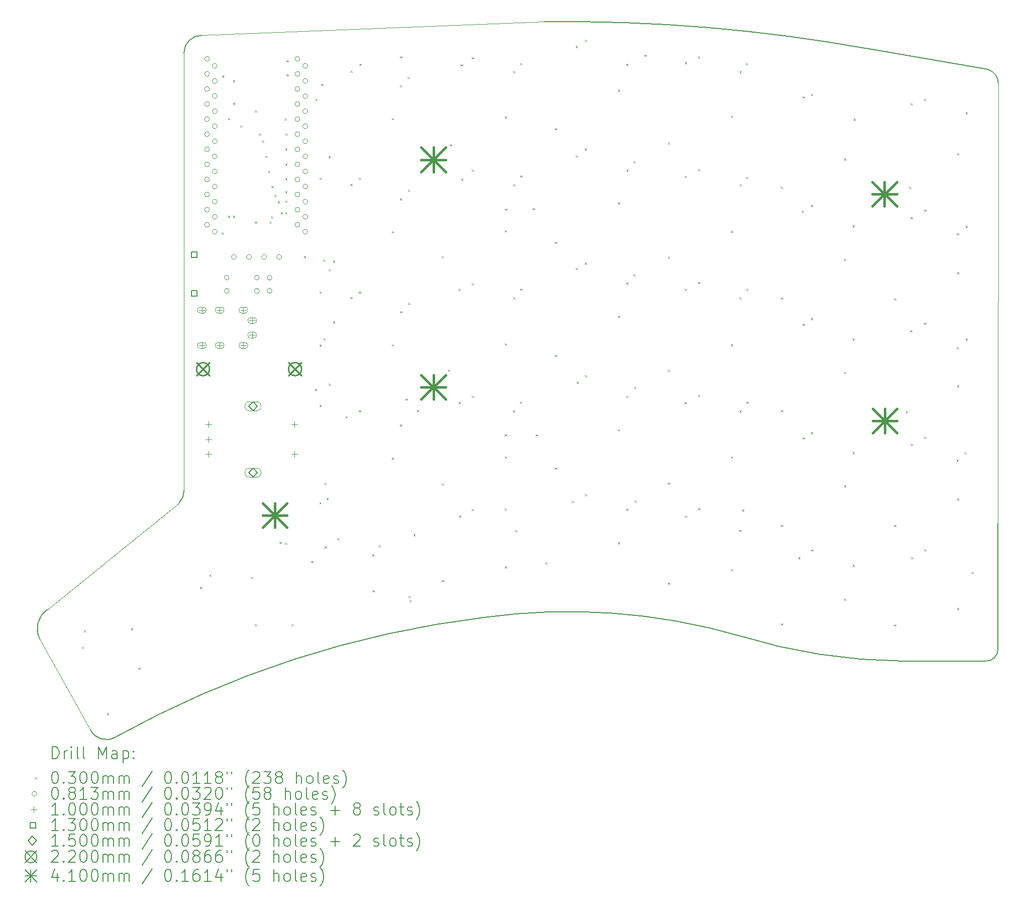
<source format=gbr>
%TF.GenerationSoftware,KiCad,Pcbnew,7.0.9*%
%TF.CreationDate,2023-12-28T12:41:07+03:00*%
%TF.ProjectId,SofleKeyboard,536f666c-654b-4657-9962-6f6172642e6b,rev?*%
%TF.SameCoordinates,Original*%
%TF.FileFunction,Drillmap*%
%TF.FilePolarity,Positive*%
%FSLAX45Y45*%
G04 Gerber Fmt 4.5, Leading zero omitted, Abs format (unit mm)*
G04 Created by KiCad (PCBNEW 7.0.9) date 2023-12-28 12:41:07*
%MOMM*%
%LPD*%
G01*
G04 APERTURE LIST*
%ADD10C,0.150000*%
%ADD11C,0.100000*%
%ADD12C,0.200000*%
%ADD13C,0.130000*%
%ADD14C,0.220000*%
%ADD15C,0.410000*%
G04 APERTURE END LIST*
D10*
X22380000Y-4305000D02*
X20315088Y-3947091D01*
X20315088Y-3947091D02*
G75*
G03*
X14900000Y-3500000I-5044773J-28084574D01*
G01*
X22330323Y-14265589D02*
X20927661Y-14265589D01*
X18180000Y-13837795D02*
G75*
G03*
X20927661Y-14265589I2842168J9217017D01*
G01*
X18180000Y-13837795D02*
G75*
G03*
X13884929Y-13530780I-2869242J-9942996D01*
G01*
X13884929Y-13530780D02*
G75*
G03*
X7671768Y-15546997I2044663J-16882140D01*
G01*
X7254609Y-15428787D02*
G75*
G03*
X7671768Y-15546997I265000J140000D01*
G01*
X6524126Y-13401045D02*
G75*
G03*
X6399126Y-13893873I216652J-317217D01*
G01*
X8742132Y-11607132D02*
G75*
G03*
X8830000Y-11395000I-212132J212132D01*
G01*
X9128918Y-3726392D02*
G75*
G03*
X8826392Y-4028918I0J-302526D01*
G01*
X22550000Y-4535000D02*
G75*
G03*
X22380000Y-4305000I-240588J0D01*
G01*
X22330323Y-14265589D02*
G75*
G03*
X22545000Y-14060000I14610J199622D01*
G01*
D11*
X7254609Y-15428787D02*
X6399126Y-13893873D01*
X6524126Y-13401045D02*
X8742132Y-11607132D01*
X14900000Y-3500000D02*
X9128918Y-3726392D01*
D10*
X22547018Y-11950000D02*
X22545000Y-14060000D01*
D11*
X8830000Y-11395000D02*
X8826392Y-4028918D01*
X22550000Y-4535000D02*
X22547018Y-11950000D01*
D12*
D11*
X7112500Y-14022500D02*
X7142500Y-14052500D01*
X7142500Y-14022500D02*
X7112500Y-14052500D01*
X7145000Y-13745000D02*
X7175000Y-13775000D01*
X7175000Y-13745000D02*
X7145000Y-13775000D01*
X7530000Y-15140000D02*
X7560000Y-15170000D01*
X7560000Y-15140000D02*
X7530000Y-15170000D01*
X7935000Y-13710000D02*
X7965000Y-13740000D01*
X7965000Y-13710000D02*
X7935000Y-13740000D01*
X8060000Y-14375000D02*
X8090000Y-14405000D01*
X8090000Y-14375000D02*
X8060000Y-14405000D01*
X9095000Y-13015000D02*
X9125000Y-13045000D01*
X9125000Y-13015000D02*
X9095000Y-13045000D01*
X9255000Y-12810000D02*
X9285000Y-12840000D01*
X9285000Y-12810000D02*
X9255000Y-12840000D01*
X9465000Y-7045000D02*
X9495000Y-7075000D01*
X9495000Y-7045000D02*
X9465000Y-7075000D01*
X9466837Y-4406240D02*
X9496837Y-4436240D01*
X9496837Y-4406240D02*
X9466837Y-4436240D01*
X9571683Y-5122261D02*
X9601683Y-5152261D01*
X9601683Y-5122261D02*
X9571683Y-5152261D01*
X9571683Y-6765061D02*
X9601683Y-6795061D01*
X9601683Y-6765061D02*
X9571683Y-6795061D01*
X9655000Y-6765000D02*
X9685000Y-6795000D01*
X9685000Y-6765000D02*
X9655000Y-6795000D01*
X9655245Y-4482201D02*
X9685245Y-4512201D01*
X9685245Y-4482201D02*
X9655245Y-4512201D01*
X9655593Y-4862504D02*
X9685593Y-4892504D01*
X9685593Y-4862504D02*
X9655593Y-4892504D01*
X9778362Y-5243575D02*
X9808362Y-5273575D01*
X9808362Y-5243575D02*
X9778362Y-5273575D01*
X9955000Y-12845000D02*
X9985000Y-12875000D01*
X9985000Y-12845000D02*
X9955000Y-12875000D01*
X10025000Y-4989575D02*
X10055000Y-5019575D01*
X10055000Y-4989575D02*
X10025000Y-5019575D01*
X10025000Y-13640000D02*
X10055000Y-13670000D01*
X10055000Y-13640000D02*
X10025000Y-13670000D01*
X10025001Y-6865000D02*
X10055001Y-6895000D01*
X10055001Y-6865000D02*
X10025001Y-6895000D01*
X10090001Y-5378000D02*
X10120001Y-5408000D01*
X10120001Y-5378000D02*
X10090001Y-5408000D01*
X10143812Y-5497575D02*
X10173812Y-5527575D01*
X10173812Y-5497575D02*
X10143812Y-5527575D01*
X10196735Y-5755064D02*
X10226735Y-5785064D01*
X10226735Y-5755064D02*
X10196735Y-5785064D01*
X10249235Y-6009064D02*
X10279235Y-6039064D01*
X10279235Y-6009064D02*
X10249235Y-6039064D01*
X10267602Y-6862050D02*
X10297602Y-6892050D01*
X10297602Y-6862050D02*
X10267602Y-6892050D01*
X10295000Y-6775000D02*
X10325000Y-6805000D01*
X10325000Y-6775000D02*
X10295000Y-6805000D01*
X10301735Y-6263064D02*
X10331735Y-6293064D01*
X10331735Y-6263064D02*
X10301735Y-6293064D01*
X10354235Y-6413764D02*
X10384235Y-6443764D01*
X10384235Y-6413764D02*
X10354235Y-6443764D01*
X10406735Y-6522367D02*
X10436735Y-6552367D01*
X10436735Y-6522367D02*
X10406735Y-6552367D01*
X10437500Y-12257500D02*
X10467500Y-12287500D01*
X10467500Y-12257500D02*
X10437500Y-12287500D01*
X10459235Y-6707915D02*
X10489235Y-6737915D01*
X10489235Y-6707915D02*
X10459235Y-6737915D01*
X10522078Y-5124000D02*
X10552078Y-5154000D01*
X10552078Y-5124000D02*
X10522078Y-5154000D01*
X10532500Y-12272500D02*
X10562500Y-12302500D01*
X10562500Y-12272500D02*
X10532500Y-12302500D01*
X10534478Y-6702322D02*
X10564478Y-6732322D01*
X10564478Y-6702322D02*
X10534478Y-6732322D01*
X10534999Y-5635000D02*
X10564999Y-5665000D01*
X10564999Y-5635000D02*
X10534999Y-5665000D01*
X10535001Y-6510775D02*
X10565001Y-6540775D01*
X10565001Y-6510775D02*
X10535001Y-6540775D01*
X10535060Y-6351851D02*
X10565060Y-6381851D01*
X10565060Y-6351851D02*
X10535060Y-6381851D01*
X10535321Y-6130124D02*
X10565321Y-6160124D01*
X10565321Y-6130124D02*
X10535321Y-6160124D01*
X10535670Y-5885196D02*
X10565670Y-5915196D01*
X10565670Y-5885196D02*
X10535670Y-5915196D01*
X10540315Y-5378000D02*
X10570315Y-5408000D01*
X10570315Y-5378000D02*
X10540315Y-5408000D01*
X10555000Y-4385000D02*
X10585000Y-4415000D01*
X10585000Y-4385000D02*
X10555000Y-4415000D01*
X10555001Y-4145000D02*
X10585001Y-4175000D01*
X10585001Y-4145000D02*
X10555001Y-4175000D01*
X10640000Y-13640000D02*
X10670000Y-13670000D01*
X10670000Y-13640000D02*
X10640000Y-13670000D01*
X10846733Y-7446009D02*
X10876733Y-7476009D01*
X10876733Y-7446009D02*
X10846733Y-7476009D01*
X10972089Y-12579476D02*
X11002089Y-12609476D01*
X11002089Y-12579476D02*
X10972089Y-12609476D01*
X11035000Y-9680000D02*
X11065000Y-9710000D01*
X11065000Y-9680000D02*
X11035000Y-9710000D01*
X11045200Y-4800024D02*
X11075200Y-4830024D01*
X11075200Y-4800024D02*
X11045200Y-4830024D01*
X11110000Y-8040000D02*
X11140000Y-8070000D01*
X11140000Y-8040000D02*
X11110000Y-8070000D01*
X11110000Y-8935000D02*
X11140000Y-8965000D01*
X11140000Y-8935000D02*
X11110000Y-8965000D01*
X11110000Y-9950000D02*
X11140000Y-9980000D01*
X11140000Y-9950000D02*
X11110000Y-9980000D01*
X11110200Y-11590000D02*
X11140200Y-11620000D01*
X11140200Y-11590000D02*
X11110200Y-11620000D01*
X11115000Y-6125000D02*
X11145000Y-6155000D01*
X11145000Y-6125000D02*
X11115000Y-6155000D01*
X11141000Y-4544500D02*
X11171000Y-4574500D01*
X11171000Y-4544500D02*
X11141000Y-4574500D01*
X11175200Y-7502584D02*
X11205200Y-7532584D01*
X11205200Y-7502584D02*
X11175200Y-7532584D01*
X11180000Y-8830000D02*
X11210000Y-8860000D01*
X11210000Y-8830000D02*
X11180000Y-8860000D01*
X11190000Y-11265000D02*
X11220000Y-11295000D01*
X11220000Y-11265000D02*
X11190000Y-11295000D01*
X11200000Y-12335000D02*
X11230000Y-12365000D01*
X11230000Y-12335000D02*
X11200000Y-12365000D01*
X11230000Y-11515000D02*
X11260000Y-11545000D01*
X11260000Y-11515000D02*
X11230000Y-11545000D01*
X11265000Y-5760000D02*
X11295000Y-5790000D01*
X11295000Y-5760000D02*
X11265000Y-5790000D01*
X11270000Y-7665000D02*
X11300000Y-7695000D01*
X11300000Y-7665000D02*
X11270000Y-7695000D01*
X11270000Y-9595000D02*
X11300000Y-9625000D01*
X11300000Y-9595000D02*
X11270000Y-9625000D01*
X11340000Y-7520000D02*
X11370000Y-7550000D01*
X11370000Y-7520000D02*
X11340000Y-7550000D01*
X11340000Y-8545000D02*
X11370000Y-8575000D01*
X11370000Y-8545000D02*
X11340000Y-8575000D01*
X11410000Y-12195000D02*
X11440000Y-12225000D01*
X11440000Y-12195000D02*
X11410000Y-12225000D01*
X11550000Y-10140000D02*
X11580000Y-10170000D01*
X11580000Y-10140000D02*
X11550000Y-10170000D01*
X11630000Y-4320000D02*
X11660000Y-4350000D01*
X11660000Y-4320000D02*
X11630000Y-4350000D01*
X11630000Y-6230000D02*
X11660000Y-6260000D01*
X11660000Y-6230000D02*
X11630000Y-6260000D01*
X11630000Y-8135000D02*
X11660000Y-8165000D01*
X11660000Y-8135000D02*
X11630000Y-8165000D01*
X11775000Y-6125000D02*
X11805000Y-6155000D01*
X11805000Y-6125000D02*
X11775000Y-6155000D01*
X11775000Y-8040000D02*
X11805000Y-8070000D01*
X11805000Y-8040000D02*
X11775000Y-8070000D01*
X11775000Y-10040000D02*
X11805000Y-10070000D01*
X11805000Y-10040000D02*
X11775000Y-10070000D01*
X11785000Y-4205000D02*
X11815000Y-4235000D01*
X11815000Y-4205000D02*
X11785000Y-4235000D01*
X12000000Y-12465000D02*
X12030000Y-12495000D01*
X12030000Y-12465000D02*
X12000000Y-12495000D01*
X12005000Y-13070000D02*
X12035000Y-13100000D01*
X12035000Y-13070000D02*
X12005000Y-13100000D01*
X12105000Y-12315000D02*
X12135000Y-12345000D01*
X12135000Y-12315000D02*
X12105000Y-12345000D01*
X12330000Y-5120000D02*
X12360000Y-5150000D01*
X12360000Y-5120000D02*
X12330000Y-5150000D01*
X12330000Y-7025000D02*
X12360000Y-7055000D01*
X12360000Y-7025000D02*
X12330000Y-7055000D01*
X12330000Y-8930000D02*
X12360000Y-8960000D01*
X12360000Y-8930000D02*
X12330000Y-8960000D01*
X12330000Y-10840000D02*
X12360000Y-10870000D01*
X12360000Y-10840000D02*
X12330000Y-10870000D01*
X12465000Y-6470000D02*
X12495000Y-6500000D01*
X12495000Y-6470000D02*
X12465000Y-6500000D01*
X12465000Y-10280000D02*
X12495000Y-10310000D01*
X12495000Y-10280000D02*
X12465000Y-10310000D01*
X12470000Y-4080000D02*
X12500000Y-4110000D01*
X12500000Y-4080000D02*
X12470000Y-4110000D01*
X12470000Y-4565000D02*
X12500000Y-4595000D01*
X12500000Y-4565000D02*
X12470000Y-4595000D01*
X12470000Y-8370000D02*
X12500000Y-8400000D01*
X12500000Y-8370000D02*
X12470000Y-8400000D01*
X12565000Y-9845000D02*
X12595000Y-9875000D01*
X12595000Y-9845000D02*
X12565000Y-9875000D01*
X12595000Y-4420000D02*
X12625000Y-4450000D01*
X12625000Y-4420000D02*
X12595000Y-4450000D01*
X12605000Y-6325000D02*
X12635000Y-6355000D01*
X12635000Y-6325000D02*
X12605000Y-6355000D01*
X12605000Y-8230000D02*
X12635000Y-8260000D01*
X12635000Y-8230000D02*
X12605000Y-8260000D01*
X12615000Y-13170000D02*
X12645000Y-13200000D01*
X12645000Y-13170000D02*
X12615000Y-13200000D01*
X12630000Y-13235000D02*
X12660000Y-13265000D01*
X12660000Y-13235000D02*
X12630000Y-13265000D01*
X12695000Y-12125000D02*
X12725000Y-12155000D01*
X12725000Y-12125000D02*
X12695000Y-12155000D01*
X12755000Y-10035000D02*
X12785000Y-10065000D01*
X12785000Y-10035000D02*
X12755000Y-10065000D01*
X13175000Y-7445000D02*
X13205000Y-7475000D01*
X13205000Y-7445000D02*
X13175000Y-7475000D01*
X13175000Y-11270000D02*
X13205000Y-11300000D01*
X13205000Y-11270000D02*
X13175000Y-11300000D01*
X13175000Y-12900000D02*
X13205000Y-12930000D01*
X13205000Y-12900000D02*
X13175000Y-12930000D01*
X13280000Y-9355000D02*
X13310000Y-9385000D01*
X13310000Y-9355000D02*
X13280000Y-9385000D01*
X13310000Y-5560000D02*
X13340000Y-5590000D01*
X13340000Y-5560000D02*
X13310000Y-5590000D01*
X13450000Y-7995000D02*
X13480000Y-8025000D01*
X13480000Y-7995000D02*
X13450000Y-8025000D01*
X13455000Y-9900000D02*
X13485000Y-9930000D01*
X13485000Y-9900000D02*
X13455000Y-9930000D01*
X13465000Y-11815000D02*
X13495000Y-11845000D01*
X13495000Y-11815000D02*
X13465000Y-11845000D01*
X13495000Y-4215000D02*
X13525000Y-4245000D01*
X13525000Y-4215000D02*
X13495000Y-4245000D01*
X13500000Y-6140000D02*
X13530000Y-6170000D01*
X13530000Y-6140000D02*
X13500000Y-6170000D01*
X13680000Y-4095000D02*
X13710000Y-4125000D01*
X13710000Y-4095000D02*
X13680000Y-4125000D01*
X13680000Y-5990000D02*
X13710000Y-6020000D01*
X13710000Y-5990000D02*
X13680000Y-6020000D01*
X13680000Y-7900000D02*
X13710000Y-7930000D01*
X13710000Y-7900000D02*
X13680000Y-7930000D01*
X13680000Y-9800000D02*
X13710000Y-9830000D01*
X13710000Y-9800000D02*
X13680000Y-9830000D01*
X13680000Y-11705000D02*
X13710000Y-11735000D01*
X13710000Y-11705000D02*
X13680000Y-11735000D01*
X14230000Y-10445000D02*
X14260000Y-10475000D01*
X14260000Y-10445000D02*
X14230000Y-10475000D01*
X14230000Y-11695000D02*
X14260000Y-11725000D01*
X14260000Y-11695000D02*
X14230000Y-11725000D01*
X14235000Y-5090000D02*
X14265000Y-5120000D01*
X14265000Y-5090000D02*
X14235000Y-5120000D01*
X14235000Y-7010000D02*
X14265000Y-7040000D01*
X14265000Y-7010000D02*
X14235000Y-7040000D01*
X14235000Y-8915000D02*
X14265000Y-8945000D01*
X14265000Y-8915000D02*
X14235000Y-8945000D01*
X14235000Y-10820000D02*
X14265000Y-10850000D01*
X14265000Y-10820000D02*
X14235000Y-10850000D01*
X14235000Y-12670000D02*
X14265000Y-12700000D01*
X14265000Y-12670000D02*
X14235000Y-12700000D01*
X14240000Y-6645000D02*
X14270000Y-6675000D01*
X14270000Y-6645000D02*
X14240000Y-6675000D01*
X14370000Y-10045000D02*
X14400000Y-10075000D01*
X14400000Y-10045000D02*
X14370000Y-10075000D01*
X14375000Y-4330000D02*
X14405000Y-4360000D01*
X14405000Y-4330000D02*
X14375000Y-4360000D01*
X14375000Y-6235000D02*
X14405000Y-6265000D01*
X14405000Y-6235000D02*
X14375000Y-6265000D01*
X14375000Y-8140000D02*
X14405000Y-8170000D01*
X14405000Y-8140000D02*
X14375000Y-8170000D01*
X14410000Y-12060000D02*
X14440000Y-12090000D01*
X14440000Y-12060000D02*
X14410000Y-12090000D01*
X14490000Y-9895000D02*
X14520000Y-9925000D01*
X14520000Y-9895000D02*
X14490000Y-9925000D01*
X14495000Y-4195000D02*
X14525000Y-4225000D01*
X14525000Y-4195000D02*
X14495000Y-4225000D01*
X14495000Y-6085000D02*
X14525000Y-6115000D01*
X14525000Y-6085000D02*
X14495000Y-6115000D01*
X14495000Y-7990000D02*
X14525000Y-8020000D01*
X14525000Y-7990000D02*
X14495000Y-8020000D01*
X14705000Y-6635000D02*
X14735000Y-6665000D01*
X14735000Y-6635000D02*
X14705000Y-6665000D01*
X14755000Y-10445000D02*
X14785000Y-10475000D01*
X14785000Y-10445000D02*
X14755000Y-10475000D01*
X14915000Y-12600000D02*
X14945000Y-12630000D01*
X14945000Y-12600000D02*
X14915000Y-12630000D01*
X15080000Y-5290000D02*
X15110000Y-5320000D01*
X15110000Y-5290000D02*
X15080000Y-5320000D01*
X15080000Y-7205000D02*
X15110000Y-7235000D01*
X15110000Y-7205000D02*
X15080000Y-7235000D01*
X15080000Y-9110000D02*
X15110000Y-9140000D01*
X15110000Y-9110000D02*
X15080000Y-9140000D01*
X15080000Y-11005000D02*
X15110000Y-11035000D01*
X15110000Y-11005000D02*
X15080000Y-11035000D01*
X15365000Y-11570000D02*
X15395000Y-11600000D01*
X15395000Y-11570000D02*
X15365000Y-11600000D01*
X15430000Y-3905000D02*
X15460000Y-3935000D01*
X15460000Y-3905000D02*
X15430000Y-3935000D01*
X15430000Y-7645000D02*
X15460000Y-7675000D01*
X15460000Y-7645000D02*
X15430000Y-7675000D01*
X15435000Y-5750000D02*
X15465000Y-5780000D01*
X15465000Y-5750000D02*
X15435000Y-5780000D01*
X15445000Y-9560000D02*
X15475000Y-9590000D01*
X15475000Y-9560000D02*
X15445000Y-9590000D01*
X15580000Y-5635000D02*
X15610000Y-5665000D01*
X15610000Y-5635000D02*
X15580000Y-5665000D01*
X15580000Y-7555000D02*
X15610000Y-7585000D01*
X15610000Y-7555000D02*
X15580000Y-7585000D01*
X15585000Y-3805000D02*
X15615000Y-3835000D01*
X15615000Y-3805000D02*
X15585000Y-3835000D01*
X15585000Y-9450000D02*
X15615000Y-9480000D01*
X15615000Y-9450000D02*
X15585000Y-9480000D01*
X15585000Y-11450000D02*
X15615000Y-11480000D01*
X15615000Y-11450000D02*
X15585000Y-11480000D01*
X16140000Y-4640000D02*
X16170000Y-4670000D01*
X16170000Y-4640000D02*
X16140000Y-4670000D01*
X16140000Y-6540000D02*
X16170000Y-6570000D01*
X16170000Y-6540000D02*
X16140000Y-6570000D01*
X16140000Y-8450000D02*
X16170000Y-8480000D01*
X16170000Y-8450000D02*
X16140000Y-8480000D01*
X16140000Y-10360000D02*
X16170000Y-10390000D01*
X16170000Y-10360000D02*
X16140000Y-10390000D01*
X16140000Y-12260000D02*
X16170000Y-12290000D01*
X16170000Y-12260000D02*
X16140000Y-12290000D01*
X16280000Y-4205000D02*
X16310000Y-4235000D01*
X16310000Y-4205000D02*
X16280000Y-4235000D01*
X16280000Y-7890000D02*
X16310000Y-7920000D01*
X16310000Y-7890000D02*
X16280000Y-7920000D01*
X16280000Y-9800000D02*
X16310000Y-9830000D01*
X16310000Y-9800000D02*
X16280000Y-9830000D01*
X16280000Y-11700000D02*
X16310000Y-11730000D01*
X16310000Y-11700000D02*
X16280000Y-11730000D01*
X16285000Y-5990000D02*
X16315000Y-6020000D01*
X16315000Y-5990000D02*
X16285000Y-6020000D01*
X16400000Y-5845000D02*
X16430000Y-5875000D01*
X16430000Y-5845000D02*
X16400000Y-5875000D01*
X16400000Y-7750000D02*
X16430000Y-7780000D01*
X16430000Y-7750000D02*
X16400000Y-7780000D01*
X16415000Y-9645000D02*
X16445000Y-9675000D01*
X16445000Y-9645000D02*
X16415000Y-9675000D01*
X16425000Y-11560000D02*
X16455000Y-11590000D01*
X16455000Y-11560000D02*
X16425000Y-11590000D01*
X16585000Y-4055000D02*
X16615000Y-4085000D01*
X16615000Y-4055000D02*
X16585000Y-4085000D01*
X16985000Y-5530000D02*
X17015000Y-5560000D01*
X17015000Y-5530000D02*
X16985000Y-5560000D01*
X16985000Y-7455000D02*
X17015000Y-7485000D01*
X17015000Y-7455000D02*
X16985000Y-7485000D01*
X16985000Y-9360000D02*
X17015000Y-9390000D01*
X17015000Y-9360000D02*
X16985000Y-9390000D01*
X16985000Y-11260000D02*
X17015000Y-11290000D01*
X17015000Y-11260000D02*
X16985000Y-11290000D01*
X16985000Y-12945000D02*
X17015000Y-12975000D01*
X17015000Y-12945000D02*
X16985000Y-12975000D01*
X17260000Y-9905000D02*
X17290000Y-9935000D01*
X17290000Y-9905000D02*
X17260000Y-9935000D01*
X17265000Y-4175000D02*
X17295000Y-4205000D01*
X17295000Y-4175000D02*
X17265000Y-4205000D01*
X17265000Y-6095000D02*
X17295000Y-6125000D01*
X17295000Y-6095000D02*
X17265000Y-6125000D01*
X17270000Y-7995000D02*
X17300000Y-8025000D01*
X17300000Y-7995000D02*
X17270000Y-8025000D01*
X17270000Y-11815000D02*
X17300000Y-11845000D01*
X17300000Y-11815000D02*
X17270000Y-11845000D01*
X17490000Y-4085000D02*
X17520000Y-4115000D01*
X17520000Y-4085000D02*
X17490000Y-4115000D01*
X17490000Y-5980000D02*
X17520000Y-6010000D01*
X17520000Y-5980000D02*
X17490000Y-6010000D01*
X17490000Y-7880000D02*
X17520000Y-7910000D01*
X17520000Y-7880000D02*
X17490000Y-7910000D01*
X17490000Y-9780000D02*
X17520000Y-9810000D01*
X17520000Y-9780000D02*
X17490000Y-9810000D01*
X17490000Y-11690000D02*
X17520000Y-11720000D01*
X17520000Y-11690000D02*
X17490000Y-11720000D01*
X18045000Y-5080000D02*
X18075000Y-5110000D01*
X18075000Y-5080000D02*
X18045000Y-5110000D01*
X18045000Y-7020000D02*
X18075000Y-7050000D01*
X18075000Y-7020000D02*
X18045000Y-7050000D01*
X18045000Y-8925000D02*
X18075000Y-8955000D01*
X18075000Y-8925000D02*
X18045000Y-8955000D01*
X18045000Y-10820000D02*
X18075000Y-10850000D01*
X18075000Y-10820000D02*
X18045000Y-10850000D01*
X18045000Y-12715000D02*
X18075000Y-12745000D01*
X18075000Y-12715000D02*
X18045000Y-12745000D01*
X18185000Y-8140000D02*
X18215000Y-8170000D01*
X18215000Y-8140000D02*
X18185000Y-8170000D01*
X18185000Y-12055000D02*
X18215000Y-12085000D01*
X18215000Y-12055000D02*
X18185000Y-12085000D01*
X18190000Y-4330000D02*
X18220000Y-4360000D01*
X18220000Y-4330000D02*
X18190000Y-4360000D01*
X18190000Y-10045000D02*
X18220000Y-10075000D01*
X18220000Y-10045000D02*
X18190000Y-10075000D01*
X18195000Y-6235000D02*
X18225000Y-6265000D01*
X18225000Y-6235000D02*
X18195000Y-6265000D01*
X18230000Y-11710000D02*
X18260000Y-11740000D01*
X18260000Y-11710000D02*
X18230000Y-11740000D01*
X18295000Y-4195000D02*
X18325000Y-4225000D01*
X18325000Y-4195000D02*
X18295000Y-4225000D01*
X18300000Y-6110000D02*
X18330000Y-6140000D01*
X18330000Y-6110000D02*
X18300000Y-6140000D01*
X18305000Y-7995000D02*
X18335000Y-8025000D01*
X18335000Y-7995000D02*
X18305000Y-8025000D01*
X18305000Y-9895000D02*
X18335000Y-9925000D01*
X18335000Y-9895000D02*
X18305000Y-9925000D01*
X18890000Y-6275000D02*
X18920000Y-6305000D01*
X18920000Y-6275000D02*
X18890000Y-6305000D01*
X18890000Y-8145000D02*
X18920000Y-8175000D01*
X18920000Y-8145000D02*
X18890000Y-8175000D01*
X18890000Y-10040000D02*
X18920000Y-10070000D01*
X18920000Y-10040000D02*
X18890000Y-10070000D01*
X18890000Y-11970000D02*
X18920000Y-12000000D01*
X18920000Y-11970000D02*
X18890000Y-12000000D01*
X18890000Y-13630000D02*
X18920000Y-13660000D01*
X18920000Y-13630000D02*
X18890000Y-13660000D01*
X19180000Y-12515000D02*
X19210000Y-12545000D01*
X19210000Y-12515000D02*
X19180000Y-12545000D01*
X19240000Y-6680000D02*
X19270000Y-6710000D01*
X19270000Y-6680000D02*
X19240000Y-6710000D01*
X19250000Y-4755000D02*
X19280000Y-4785000D01*
X19280000Y-4755000D02*
X19250000Y-4785000D01*
X19250000Y-8585000D02*
X19280000Y-8615000D01*
X19280000Y-8585000D02*
X19250000Y-8615000D01*
X19250000Y-10495000D02*
X19280000Y-10525000D01*
X19280000Y-10495000D02*
X19250000Y-10525000D01*
X19390000Y-4715000D02*
X19420000Y-4745000D01*
X19420000Y-4715000D02*
X19390000Y-4745000D01*
X19390000Y-6580000D02*
X19420000Y-6610000D01*
X19420000Y-6580000D02*
X19390000Y-6610000D01*
X19390000Y-8485000D02*
X19420000Y-8515000D01*
X19420000Y-8485000D02*
X19390000Y-8515000D01*
X19390000Y-10410000D02*
X19420000Y-10440000D01*
X19420000Y-10410000D02*
X19390000Y-10440000D01*
X19395000Y-12385000D02*
X19425000Y-12415000D01*
X19425000Y-12385000D02*
X19395000Y-12415000D01*
X19950000Y-5800000D02*
X19980000Y-5830000D01*
X19980000Y-5800000D02*
X19950000Y-5830000D01*
X19950000Y-7490000D02*
X19980000Y-7520000D01*
X19980000Y-7490000D02*
X19950000Y-7520000D01*
X19950000Y-9395000D02*
X19980000Y-9425000D01*
X19980000Y-9395000D02*
X19950000Y-9425000D01*
X19950000Y-11305000D02*
X19980000Y-11335000D01*
X19980000Y-11305000D02*
X19950000Y-11335000D01*
X19950000Y-13215000D02*
X19980000Y-13245000D01*
X19980000Y-13215000D02*
X19950000Y-13245000D01*
X20095000Y-6930000D02*
X20125000Y-6960000D01*
X20125000Y-6930000D02*
X20095000Y-6960000D01*
X20095000Y-8835000D02*
X20125000Y-8865000D01*
X20125000Y-8835000D02*
X20095000Y-8865000D01*
X20095000Y-10745000D02*
X20125000Y-10775000D01*
X20125000Y-10745000D02*
X20095000Y-10775000D01*
X20095000Y-12645000D02*
X20125000Y-12675000D01*
X20125000Y-12645000D02*
X20095000Y-12675000D01*
X20110000Y-5135000D02*
X20140000Y-5165000D01*
X20140000Y-5135000D02*
X20110000Y-5165000D01*
X20795000Y-8155000D02*
X20825000Y-8185000D01*
X20825000Y-8155000D02*
X20795000Y-8185000D01*
X20795000Y-11970000D02*
X20825000Y-12000000D01*
X20825000Y-11970000D02*
X20795000Y-12000000D01*
X20795000Y-13645000D02*
X20825000Y-13675000D01*
X20825000Y-13645000D02*
X20795000Y-13675000D01*
X20990000Y-10055000D02*
X21020000Y-10085000D01*
X21020000Y-10055000D02*
X20990000Y-10085000D01*
X21045000Y-6275000D02*
X21075000Y-6305000D01*
X21075000Y-6275000D02*
X21045000Y-6305000D01*
X21065000Y-8695000D02*
X21095000Y-8725000D01*
X21095000Y-8695000D02*
X21065000Y-8725000D01*
X21070000Y-4870000D02*
X21100000Y-4900000D01*
X21100000Y-4870000D02*
X21070000Y-4900000D01*
X21070000Y-6790000D02*
X21100000Y-6820000D01*
X21100000Y-6790000D02*
X21070000Y-6820000D01*
X21075000Y-10605000D02*
X21105000Y-10635000D01*
X21105000Y-10605000D02*
X21075000Y-10635000D01*
X21080000Y-12515000D02*
X21110000Y-12545000D01*
X21110000Y-12515000D02*
X21080000Y-12545000D01*
X21300000Y-4795000D02*
X21330000Y-4825000D01*
X21330000Y-4795000D02*
X21300000Y-4825000D01*
X21300000Y-6660000D02*
X21330000Y-6690000D01*
X21330000Y-6660000D02*
X21300000Y-6690000D01*
X21300000Y-8565000D02*
X21330000Y-8595000D01*
X21330000Y-8565000D02*
X21300000Y-8595000D01*
X21300000Y-10485000D02*
X21330000Y-10515000D01*
X21330000Y-10485000D02*
X21300000Y-10515000D01*
X21300000Y-12380000D02*
X21330000Y-12410000D01*
X21330000Y-12380000D02*
X21300000Y-12410000D01*
X21845000Y-10875000D02*
X21875000Y-10905000D01*
X21875000Y-10875000D02*
X21845000Y-10905000D01*
X21850000Y-7060000D02*
X21880000Y-7090000D01*
X21880000Y-7060000D02*
X21850000Y-7090000D01*
X21850000Y-8975000D02*
X21880000Y-9005000D01*
X21880000Y-8975000D02*
X21850000Y-9005000D01*
X21855000Y-5715000D02*
X21885000Y-5745000D01*
X21885000Y-5715000D02*
X21855000Y-5745000D01*
X21855000Y-7715000D02*
X21885000Y-7745000D01*
X21885000Y-7715000D02*
X21855000Y-7745000D01*
X21855000Y-9620000D02*
X21885000Y-9650000D01*
X21885000Y-9620000D02*
X21855000Y-9650000D01*
X21855000Y-11525000D02*
X21885000Y-11555000D01*
X21885000Y-11525000D02*
X21855000Y-11555000D01*
X21855000Y-13370000D02*
X21885000Y-13400000D01*
X21885000Y-13370000D02*
X21855000Y-13400000D01*
X21980000Y-10745000D02*
X22010000Y-10775000D01*
X22010000Y-10745000D02*
X21980000Y-10775000D01*
X22000000Y-5025000D02*
X22030000Y-5055000D01*
X22030000Y-5025000D02*
X22000000Y-5055000D01*
X22000000Y-6935000D02*
X22030000Y-6965000D01*
X22030000Y-6935000D02*
X22000000Y-6965000D01*
X22000000Y-8835000D02*
X22030000Y-8865000D01*
X22030000Y-8835000D02*
X22000000Y-8865000D01*
X22100000Y-12765000D02*
X22130000Y-12795000D01*
X22130000Y-12765000D02*
X22100000Y-12795000D01*
X9258640Y-4123000D02*
G75*
G03*
X9258640Y-4123000I-40640J0D01*
G01*
X9258640Y-4377000D02*
G75*
G03*
X9258640Y-4377000I-40640J0D01*
G01*
X9258640Y-4631000D02*
G75*
G03*
X9258640Y-4631000I-40640J0D01*
G01*
X9258640Y-4885000D02*
G75*
G03*
X9258640Y-4885000I-40640J0D01*
G01*
X9258640Y-5139000D02*
G75*
G03*
X9258640Y-5139000I-40640J0D01*
G01*
X9258640Y-5393000D02*
G75*
G03*
X9258640Y-5393000I-40640J0D01*
G01*
X9258640Y-5647000D02*
G75*
G03*
X9258640Y-5647000I-40640J0D01*
G01*
X9258640Y-5901000D02*
G75*
G03*
X9258640Y-5901000I-40640J0D01*
G01*
X9258640Y-6155000D02*
G75*
G03*
X9258640Y-6155000I-40640J0D01*
G01*
X9258640Y-6409000D02*
G75*
G03*
X9258640Y-6409000I-40640J0D01*
G01*
X9258640Y-6663000D02*
G75*
G03*
X9258640Y-6663000I-40640J0D01*
G01*
X9258640Y-6917000D02*
G75*
G03*
X9258640Y-6917000I-40640J0D01*
G01*
X9388522Y-4242575D02*
G75*
G03*
X9388522Y-4242575I-40640J0D01*
G01*
X9388522Y-4496575D02*
G75*
G03*
X9388522Y-4496575I-40640J0D01*
G01*
X9388522Y-4750575D02*
G75*
G03*
X9388522Y-4750575I-40640J0D01*
G01*
X9388522Y-5004575D02*
G75*
G03*
X9388522Y-5004575I-40640J0D01*
G01*
X9388522Y-5258575D02*
G75*
G03*
X9388522Y-5258575I-40640J0D01*
G01*
X9388522Y-5512575D02*
G75*
G03*
X9388522Y-5512575I-40640J0D01*
G01*
X9388522Y-5766574D02*
G75*
G03*
X9388522Y-5766574I-40640J0D01*
G01*
X9388522Y-6020574D02*
G75*
G03*
X9388522Y-6020574I-40640J0D01*
G01*
X9388522Y-6274574D02*
G75*
G03*
X9388522Y-6274574I-40640J0D01*
G01*
X9388522Y-6528574D02*
G75*
G03*
X9388522Y-6528574I-40640J0D01*
G01*
X9388522Y-6782574D02*
G75*
G03*
X9388522Y-6782574I-40640J0D01*
G01*
X9388522Y-7036574D02*
G75*
G03*
X9388522Y-7036574I-40640J0D01*
G01*
X9590567Y-7806196D02*
G75*
G03*
X9590567Y-7806196I-40640J0D01*
G01*
X9590567Y-8031196D02*
G75*
G03*
X9590567Y-8031196I-40640J0D01*
G01*
X9710640Y-7460000D02*
G75*
G03*
X9710640Y-7460000I-40640J0D01*
G01*
X9964640Y-7460000D02*
G75*
G03*
X9964640Y-7460000I-40640J0D01*
G01*
X10098567Y-7806196D02*
G75*
G03*
X10098567Y-7806196I-40640J0D01*
G01*
X10098567Y-8031196D02*
G75*
G03*
X10098567Y-8031196I-40640J0D01*
G01*
X10218640Y-7460000D02*
G75*
G03*
X10218640Y-7460000I-40640J0D01*
G01*
X10310640Y-7810000D02*
G75*
G03*
X10310640Y-7810000I-40640J0D01*
G01*
X10310640Y-8030000D02*
G75*
G03*
X10310640Y-8030000I-40640J0D01*
G01*
X10472640Y-7460000D02*
G75*
G03*
X10472640Y-7460000I-40640J0D01*
G01*
X10782640Y-4123000D02*
G75*
G03*
X10782640Y-4123000I-40640J0D01*
G01*
X10782640Y-4377000D02*
G75*
G03*
X10782640Y-4377000I-40640J0D01*
G01*
X10782640Y-4631000D02*
G75*
G03*
X10782640Y-4631000I-40640J0D01*
G01*
X10782640Y-4885000D02*
G75*
G03*
X10782640Y-4885000I-40640J0D01*
G01*
X10782640Y-5139000D02*
G75*
G03*
X10782640Y-5139000I-40640J0D01*
G01*
X10782640Y-5393000D02*
G75*
G03*
X10782640Y-5393000I-40640J0D01*
G01*
X10782640Y-5647000D02*
G75*
G03*
X10782640Y-5647000I-40640J0D01*
G01*
X10782640Y-5901000D02*
G75*
G03*
X10782640Y-5901000I-40640J0D01*
G01*
X10782640Y-6155000D02*
G75*
G03*
X10782640Y-6155000I-40640J0D01*
G01*
X10782640Y-6409000D02*
G75*
G03*
X10782640Y-6409000I-40640J0D01*
G01*
X10782640Y-6663000D02*
G75*
G03*
X10782640Y-6663000I-40640J0D01*
G01*
X10782640Y-6917000D02*
G75*
G03*
X10782640Y-6917000I-40640J0D01*
G01*
X10912522Y-4242575D02*
G75*
G03*
X10912522Y-4242575I-40640J0D01*
G01*
X10912522Y-4496575D02*
G75*
G03*
X10912522Y-4496575I-40640J0D01*
G01*
X10912522Y-4750575D02*
G75*
G03*
X10912522Y-4750575I-40640J0D01*
G01*
X10912522Y-5004575D02*
G75*
G03*
X10912522Y-5004575I-40640J0D01*
G01*
X10912522Y-5258575D02*
G75*
G03*
X10912522Y-5258575I-40640J0D01*
G01*
X10912522Y-5512575D02*
G75*
G03*
X10912522Y-5512575I-40640J0D01*
G01*
X10912522Y-5766574D02*
G75*
G03*
X10912522Y-5766574I-40640J0D01*
G01*
X10912522Y-6020574D02*
G75*
G03*
X10912522Y-6020574I-40640J0D01*
G01*
X10912522Y-6274574D02*
G75*
G03*
X10912522Y-6274574I-40640J0D01*
G01*
X10912522Y-6528574D02*
G75*
G03*
X10912522Y-6528574I-40640J0D01*
G01*
X10912522Y-6782574D02*
G75*
G03*
X10912522Y-6782574I-40640J0D01*
G01*
X10912522Y-7036574D02*
G75*
G03*
X10912522Y-7036574I-40640J0D01*
G01*
X9130000Y-8305000D02*
X9130000Y-8405000D01*
X9080000Y-8355000D02*
X9180000Y-8355000D01*
X9105000Y-8405000D02*
X9155000Y-8405000D01*
X9155000Y-8405000D02*
G75*
G03*
X9155000Y-8305000I0J50000D01*
G01*
X9155000Y-8305000D02*
X9105000Y-8305000D01*
X9105000Y-8305000D02*
G75*
G03*
X9105000Y-8405000I0J-50000D01*
G01*
X9130000Y-8900000D02*
X9130000Y-9000000D01*
X9080000Y-8950000D02*
X9180000Y-8950000D01*
X9105000Y-9000000D02*
X9155000Y-9000000D01*
X9155000Y-9000000D02*
G75*
G03*
X9155000Y-8900000I0J50000D01*
G01*
X9155000Y-8900000D02*
X9105000Y-8900000D01*
X9105000Y-8900000D02*
G75*
G03*
X9105000Y-9000000I0J-50000D01*
G01*
X9241582Y-10231231D02*
X9241582Y-10331231D01*
X9191582Y-10281231D02*
X9291582Y-10281231D01*
X9241582Y-10481231D02*
X9241582Y-10581231D01*
X9191582Y-10531231D02*
X9291582Y-10531231D01*
X9241582Y-10731231D02*
X9241582Y-10831231D01*
X9191582Y-10781231D02*
X9291582Y-10781231D01*
X9430000Y-8305000D02*
X9430000Y-8405000D01*
X9380000Y-8355000D02*
X9480000Y-8355000D01*
X9405000Y-8405000D02*
X9455000Y-8405000D01*
X9455000Y-8405000D02*
G75*
G03*
X9455000Y-8305000I0J50000D01*
G01*
X9455000Y-8305000D02*
X9405000Y-8305000D01*
X9405000Y-8305000D02*
G75*
G03*
X9405000Y-8405000I0J-50000D01*
G01*
X9430000Y-8900000D02*
X9430000Y-9000000D01*
X9380000Y-8950000D02*
X9480000Y-8950000D01*
X9405000Y-9000000D02*
X9455000Y-9000000D01*
X9455000Y-9000000D02*
G75*
G03*
X9455000Y-8900000I0J50000D01*
G01*
X9455000Y-8900000D02*
X9405000Y-8900000D01*
X9405000Y-8900000D02*
G75*
G03*
X9405000Y-9000000I0J-50000D01*
G01*
X9830000Y-8305000D02*
X9830000Y-8405000D01*
X9780000Y-8355000D02*
X9880000Y-8355000D01*
X9805000Y-8405000D02*
X9855000Y-8405000D01*
X9855000Y-8405000D02*
G75*
G03*
X9855000Y-8305000I0J50000D01*
G01*
X9855000Y-8305000D02*
X9805000Y-8305000D01*
X9805000Y-8305000D02*
G75*
G03*
X9805000Y-8405000I0J-50000D01*
G01*
X9830000Y-8900000D02*
X9830000Y-9000000D01*
X9780000Y-8950000D02*
X9880000Y-8950000D01*
X9805000Y-9000000D02*
X9855000Y-9000000D01*
X9855000Y-9000000D02*
G75*
G03*
X9855000Y-8900000I0J50000D01*
G01*
X9855000Y-8900000D02*
X9805000Y-8900000D01*
X9805000Y-8900000D02*
G75*
G03*
X9805000Y-9000000I0J-50000D01*
G01*
X9980000Y-8480000D02*
X9980000Y-8580000D01*
X9930000Y-8530000D02*
X10030000Y-8530000D01*
X9955000Y-8580000D02*
X10005000Y-8580000D01*
X10005000Y-8580000D02*
G75*
G03*
X10005000Y-8480000I0J50000D01*
G01*
X10005000Y-8480000D02*
X9955000Y-8480000D01*
X9955000Y-8480000D02*
G75*
G03*
X9955000Y-8580000I0J-50000D01*
G01*
X9980000Y-8725000D02*
X9980000Y-8825000D01*
X9930000Y-8775000D02*
X10030000Y-8775000D01*
X9955000Y-8825000D02*
X10005000Y-8825000D01*
X10005000Y-8825000D02*
G75*
G03*
X10005000Y-8725000I0J50000D01*
G01*
X10005000Y-8725000D02*
X9955000Y-8725000D01*
X9955000Y-8725000D02*
G75*
G03*
X9955000Y-8825000I0J-50000D01*
G01*
X10691582Y-10231231D02*
X10691582Y-10331231D01*
X10641582Y-10281231D02*
X10741582Y-10281231D01*
X10691582Y-10731231D02*
X10691582Y-10831231D01*
X10641582Y-10781231D02*
X10741582Y-10781231D01*
D13*
X9045962Y-7470962D02*
X9045962Y-7379038D01*
X8954038Y-7379038D01*
X8954038Y-7470962D01*
X9045962Y-7470962D01*
X9045962Y-8120962D02*
X9045962Y-8029038D01*
X8954038Y-8029038D01*
X8954038Y-8120962D01*
X9045962Y-8120962D01*
D10*
X9991582Y-10046231D02*
X10066582Y-9971231D01*
X9991582Y-9896231D01*
X9916582Y-9971231D01*
X9991582Y-10046231D01*
D11*
X9926582Y-10046231D02*
X10056582Y-10046231D01*
X10056582Y-10046231D02*
G75*
G03*
X10056582Y-9896231I0J75000D01*
G01*
X10056582Y-9896231D02*
X9926582Y-9896231D01*
X9926582Y-9896231D02*
G75*
G03*
X9926582Y-10046231I0J-75000D01*
G01*
D10*
X9991582Y-11166231D02*
X10066582Y-11091231D01*
X9991582Y-11016231D01*
X9916582Y-11091231D01*
X9991582Y-11166231D01*
D11*
X9926582Y-11166231D02*
X10056582Y-11166231D01*
X10056582Y-11166231D02*
G75*
G03*
X10056582Y-11016231I0J75000D01*
G01*
X10056582Y-11016231D02*
X9926582Y-11016231D01*
X9926582Y-11016231D02*
G75*
G03*
X9926582Y-11166231I0J-75000D01*
G01*
D14*
X9040000Y-9240000D02*
X9260000Y-9460000D01*
X9260000Y-9240000D02*
X9040000Y-9460000D01*
X9260000Y-9350000D02*
G75*
G03*
X9260000Y-9350000I-110000J0D01*
G01*
X10590000Y-9240000D02*
X10810000Y-9460000D01*
X10810000Y-9240000D02*
X10590000Y-9460000D01*
X10810000Y-9350000D02*
G75*
G03*
X10810000Y-9350000I-110000J0D01*
G01*
D15*
X10155000Y-11605000D02*
X10565000Y-12015000D01*
X10565000Y-11605000D02*
X10155000Y-12015000D01*
X10360000Y-11605000D02*
X10360000Y-12015000D01*
X10155000Y-11810000D02*
X10565000Y-11810000D01*
X12827500Y-5617500D02*
X13237500Y-6027500D01*
X13237500Y-5617500D02*
X12827500Y-6027500D01*
X13032500Y-5617500D02*
X13032500Y-6027500D01*
X12827500Y-5822500D02*
X13237500Y-5822500D01*
X12827500Y-9447500D02*
X13237500Y-9857500D01*
X13237500Y-9447500D02*
X12827500Y-9857500D01*
X13032500Y-9447500D02*
X13032500Y-9857500D01*
X12827500Y-9652500D02*
X13237500Y-9652500D01*
X20427500Y-6197500D02*
X20837500Y-6607500D01*
X20837500Y-6197500D02*
X20427500Y-6607500D01*
X20632500Y-6197500D02*
X20632500Y-6607500D01*
X20427500Y-6402500D02*
X20837500Y-6402500D01*
X20432500Y-10012500D02*
X20842500Y-10422500D01*
X20842500Y-10012500D02*
X20432500Y-10422500D01*
X20637500Y-10012500D02*
X20637500Y-10422500D01*
X20432500Y-10217500D02*
X20842500Y-10217500D01*
D12*
X6609913Y-15907479D02*
X6609913Y-15707479D01*
X6609913Y-15707479D02*
X6657532Y-15707479D01*
X6657532Y-15707479D02*
X6686103Y-15717003D01*
X6686103Y-15717003D02*
X6705151Y-15736050D01*
X6705151Y-15736050D02*
X6714675Y-15755098D01*
X6714675Y-15755098D02*
X6724199Y-15793193D01*
X6724199Y-15793193D02*
X6724199Y-15821765D01*
X6724199Y-15821765D02*
X6714675Y-15859860D01*
X6714675Y-15859860D02*
X6705151Y-15878907D01*
X6705151Y-15878907D02*
X6686103Y-15897955D01*
X6686103Y-15897955D02*
X6657532Y-15907479D01*
X6657532Y-15907479D02*
X6609913Y-15907479D01*
X6809913Y-15907479D02*
X6809913Y-15774146D01*
X6809913Y-15812241D02*
X6819437Y-15793193D01*
X6819437Y-15793193D02*
X6828960Y-15783669D01*
X6828960Y-15783669D02*
X6848008Y-15774146D01*
X6848008Y-15774146D02*
X6867056Y-15774146D01*
X6933722Y-15907479D02*
X6933722Y-15774146D01*
X6933722Y-15707479D02*
X6924199Y-15717003D01*
X6924199Y-15717003D02*
X6933722Y-15726527D01*
X6933722Y-15726527D02*
X6943246Y-15717003D01*
X6943246Y-15717003D02*
X6933722Y-15707479D01*
X6933722Y-15707479D02*
X6933722Y-15726527D01*
X7057532Y-15907479D02*
X7038484Y-15897955D01*
X7038484Y-15897955D02*
X7028960Y-15878907D01*
X7028960Y-15878907D02*
X7028960Y-15707479D01*
X7162294Y-15907479D02*
X7143246Y-15897955D01*
X7143246Y-15897955D02*
X7133722Y-15878907D01*
X7133722Y-15878907D02*
X7133722Y-15707479D01*
X7390865Y-15907479D02*
X7390865Y-15707479D01*
X7390865Y-15707479D02*
X7457532Y-15850336D01*
X7457532Y-15850336D02*
X7524199Y-15707479D01*
X7524199Y-15707479D02*
X7524199Y-15907479D01*
X7705151Y-15907479D02*
X7705151Y-15802717D01*
X7705151Y-15802717D02*
X7695627Y-15783669D01*
X7695627Y-15783669D02*
X7676580Y-15774146D01*
X7676580Y-15774146D02*
X7638484Y-15774146D01*
X7638484Y-15774146D02*
X7619437Y-15783669D01*
X7705151Y-15897955D02*
X7686103Y-15907479D01*
X7686103Y-15907479D02*
X7638484Y-15907479D01*
X7638484Y-15907479D02*
X7619437Y-15897955D01*
X7619437Y-15897955D02*
X7609913Y-15878907D01*
X7609913Y-15878907D02*
X7609913Y-15859860D01*
X7609913Y-15859860D02*
X7619437Y-15840812D01*
X7619437Y-15840812D02*
X7638484Y-15831288D01*
X7638484Y-15831288D02*
X7686103Y-15831288D01*
X7686103Y-15831288D02*
X7705151Y-15821765D01*
X7800389Y-15774146D02*
X7800389Y-15974146D01*
X7800389Y-15783669D02*
X7819437Y-15774146D01*
X7819437Y-15774146D02*
X7857532Y-15774146D01*
X7857532Y-15774146D02*
X7876580Y-15783669D01*
X7876580Y-15783669D02*
X7886103Y-15793193D01*
X7886103Y-15793193D02*
X7895627Y-15812241D01*
X7895627Y-15812241D02*
X7895627Y-15869384D01*
X7895627Y-15869384D02*
X7886103Y-15888431D01*
X7886103Y-15888431D02*
X7876580Y-15897955D01*
X7876580Y-15897955D02*
X7857532Y-15907479D01*
X7857532Y-15907479D02*
X7819437Y-15907479D01*
X7819437Y-15907479D02*
X7800389Y-15897955D01*
X7981341Y-15888431D02*
X7990865Y-15897955D01*
X7990865Y-15897955D02*
X7981341Y-15907479D01*
X7981341Y-15907479D02*
X7971818Y-15897955D01*
X7971818Y-15897955D02*
X7981341Y-15888431D01*
X7981341Y-15888431D02*
X7981341Y-15907479D01*
X7981341Y-15783669D02*
X7990865Y-15793193D01*
X7990865Y-15793193D02*
X7981341Y-15802717D01*
X7981341Y-15802717D02*
X7971818Y-15793193D01*
X7971818Y-15793193D02*
X7981341Y-15783669D01*
X7981341Y-15783669D02*
X7981341Y-15802717D01*
D11*
X6319136Y-16220995D02*
X6349136Y-16250995D01*
X6349136Y-16220995D02*
X6319136Y-16250995D01*
D12*
X6648008Y-16127479D02*
X6667056Y-16127479D01*
X6667056Y-16127479D02*
X6686103Y-16137003D01*
X6686103Y-16137003D02*
X6695627Y-16146527D01*
X6695627Y-16146527D02*
X6705151Y-16165574D01*
X6705151Y-16165574D02*
X6714675Y-16203669D01*
X6714675Y-16203669D02*
X6714675Y-16251288D01*
X6714675Y-16251288D02*
X6705151Y-16289384D01*
X6705151Y-16289384D02*
X6695627Y-16308431D01*
X6695627Y-16308431D02*
X6686103Y-16317955D01*
X6686103Y-16317955D02*
X6667056Y-16327479D01*
X6667056Y-16327479D02*
X6648008Y-16327479D01*
X6648008Y-16327479D02*
X6628960Y-16317955D01*
X6628960Y-16317955D02*
X6619437Y-16308431D01*
X6619437Y-16308431D02*
X6609913Y-16289384D01*
X6609913Y-16289384D02*
X6600389Y-16251288D01*
X6600389Y-16251288D02*
X6600389Y-16203669D01*
X6600389Y-16203669D02*
X6609913Y-16165574D01*
X6609913Y-16165574D02*
X6619437Y-16146527D01*
X6619437Y-16146527D02*
X6628960Y-16137003D01*
X6628960Y-16137003D02*
X6648008Y-16127479D01*
X6800389Y-16308431D02*
X6809913Y-16317955D01*
X6809913Y-16317955D02*
X6800389Y-16327479D01*
X6800389Y-16327479D02*
X6790865Y-16317955D01*
X6790865Y-16317955D02*
X6800389Y-16308431D01*
X6800389Y-16308431D02*
X6800389Y-16327479D01*
X6876580Y-16127479D02*
X7000389Y-16127479D01*
X7000389Y-16127479D02*
X6933722Y-16203669D01*
X6933722Y-16203669D02*
X6962294Y-16203669D01*
X6962294Y-16203669D02*
X6981341Y-16213193D01*
X6981341Y-16213193D02*
X6990865Y-16222717D01*
X6990865Y-16222717D02*
X7000389Y-16241765D01*
X7000389Y-16241765D02*
X7000389Y-16289384D01*
X7000389Y-16289384D02*
X6990865Y-16308431D01*
X6990865Y-16308431D02*
X6981341Y-16317955D01*
X6981341Y-16317955D02*
X6962294Y-16327479D01*
X6962294Y-16327479D02*
X6905151Y-16327479D01*
X6905151Y-16327479D02*
X6886103Y-16317955D01*
X6886103Y-16317955D02*
X6876580Y-16308431D01*
X7124199Y-16127479D02*
X7143246Y-16127479D01*
X7143246Y-16127479D02*
X7162294Y-16137003D01*
X7162294Y-16137003D02*
X7171818Y-16146527D01*
X7171818Y-16146527D02*
X7181341Y-16165574D01*
X7181341Y-16165574D02*
X7190865Y-16203669D01*
X7190865Y-16203669D02*
X7190865Y-16251288D01*
X7190865Y-16251288D02*
X7181341Y-16289384D01*
X7181341Y-16289384D02*
X7171818Y-16308431D01*
X7171818Y-16308431D02*
X7162294Y-16317955D01*
X7162294Y-16317955D02*
X7143246Y-16327479D01*
X7143246Y-16327479D02*
X7124199Y-16327479D01*
X7124199Y-16327479D02*
X7105151Y-16317955D01*
X7105151Y-16317955D02*
X7095627Y-16308431D01*
X7095627Y-16308431D02*
X7086103Y-16289384D01*
X7086103Y-16289384D02*
X7076580Y-16251288D01*
X7076580Y-16251288D02*
X7076580Y-16203669D01*
X7076580Y-16203669D02*
X7086103Y-16165574D01*
X7086103Y-16165574D02*
X7095627Y-16146527D01*
X7095627Y-16146527D02*
X7105151Y-16137003D01*
X7105151Y-16137003D02*
X7124199Y-16127479D01*
X7314675Y-16127479D02*
X7333722Y-16127479D01*
X7333722Y-16127479D02*
X7352770Y-16137003D01*
X7352770Y-16137003D02*
X7362294Y-16146527D01*
X7362294Y-16146527D02*
X7371818Y-16165574D01*
X7371818Y-16165574D02*
X7381341Y-16203669D01*
X7381341Y-16203669D02*
X7381341Y-16251288D01*
X7381341Y-16251288D02*
X7371818Y-16289384D01*
X7371818Y-16289384D02*
X7362294Y-16308431D01*
X7362294Y-16308431D02*
X7352770Y-16317955D01*
X7352770Y-16317955D02*
X7333722Y-16327479D01*
X7333722Y-16327479D02*
X7314675Y-16327479D01*
X7314675Y-16327479D02*
X7295627Y-16317955D01*
X7295627Y-16317955D02*
X7286103Y-16308431D01*
X7286103Y-16308431D02*
X7276580Y-16289384D01*
X7276580Y-16289384D02*
X7267056Y-16251288D01*
X7267056Y-16251288D02*
X7267056Y-16203669D01*
X7267056Y-16203669D02*
X7276580Y-16165574D01*
X7276580Y-16165574D02*
X7286103Y-16146527D01*
X7286103Y-16146527D02*
X7295627Y-16137003D01*
X7295627Y-16137003D02*
X7314675Y-16127479D01*
X7467056Y-16327479D02*
X7467056Y-16194146D01*
X7467056Y-16213193D02*
X7476580Y-16203669D01*
X7476580Y-16203669D02*
X7495627Y-16194146D01*
X7495627Y-16194146D02*
X7524199Y-16194146D01*
X7524199Y-16194146D02*
X7543246Y-16203669D01*
X7543246Y-16203669D02*
X7552770Y-16222717D01*
X7552770Y-16222717D02*
X7552770Y-16327479D01*
X7552770Y-16222717D02*
X7562294Y-16203669D01*
X7562294Y-16203669D02*
X7581341Y-16194146D01*
X7581341Y-16194146D02*
X7609913Y-16194146D01*
X7609913Y-16194146D02*
X7628961Y-16203669D01*
X7628961Y-16203669D02*
X7638484Y-16222717D01*
X7638484Y-16222717D02*
X7638484Y-16327479D01*
X7733722Y-16327479D02*
X7733722Y-16194146D01*
X7733722Y-16213193D02*
X7743246Y-16203669D01*
X7743246Y-16203669D02*
X7762294Y-16194146D01*
X7762294Y-16194146D02*
X7790865Y-16194146D01*
X7790865Y-16194146D02*
X7809913Y-16203669D01*
X7809913Y-16203669D02*
X7819437Y-16222717D01*
X7819437Y-16222717D02*
X7819437Y-16327479D01*
X7819437Y-16222717D02*
X7828961Y-16203669D01*
X7828961Y-16203669D02*
X7848008Y-16194146D01*
X7848008Y-16194146D02*
X7876580Y-16194146D01*
X7876580Y-16194146D02*
X7895627Y-16203669D01*
X7895627Y-16203669D02*
X7905151Y-16222717D01*
X7905151Y-16222717D02*
X7905151Y-16327479D01*
X8295627Y-16117955D02*
X8124199Y-16375098D01*
X8552770Y-16127479D02*
X8571818Y-16127479D01*
X8571818Y-16127479D02*
X8590866Y-16137003D01*
X8590866Y-16137003D02*
X8600389Y-16146527D01*
X8600389Y-16146527D02*
X8609913Y-16165574D01*
X8609913Y-16165574D02*
X8619437Y-16203669D01*
X8619437Y-16203669D02*
X8619437Y-16251288D01*
X8619437Y-16251288D02*
X8609913Y-16289384D01*
X8609913Y-16289384D02*
X8600389Y-16308431D01*
X8600389Y-16308431D02*
X8590866Y-16317955D01*
X8590866Y-16317955D02*
X8571818Y-16327479D01*
X8571818Y-16327479D02*
X8552770Y-16327479D01*
X8552770Y-16327479D02*
X8533723Y-16317955D01*
X8533723Y-16317955D02*
X8524199Y-16308431D01*
X8524199Y-16308431D02*
X8514675Y-16289384D01*
X8514675Y-16289384D02*
X8505151Y-16251288D01*
X8505151Y-16251288D02*
X8505151Y-16203669D01*
X8505151Y-16203669D02*
X8514675Y-16165574D01*
X8514675Y-16165574D02*
X8524199Y-16146527D01*
X8524199Y-16146527D02*
X8533723Y-16137003D01*
X8533723Y-16137003D02*
X8552770Y-16127479D01*
X8705151Y-16308431D02*
X8714675Y-16317955D01*
X8714675Y-16317955D02*
X8705151Y-16327479D01*
X8705151Y-16327479D02*
X8695627Y-16317955D01*
X8695627Y-16317955D02*
X8705151Y-16308431D01*
X8705151Y-16308431D02*
X8705151Y-16327479D01*
X8838485Y-16127479D02*
X8857532Y-16127479D01*
X8857532Y-16127479D02*
X8876580Y-16137003D01*
X8876580Y-16137003D02*
X8886104Y-16146527D01*
X8886104Y-16146527D02*
X8895627Y-16165574D01*
X8895627Y-16165574D02*
X8905151Y-16203669D01*
X8905151Y-16203669D02*
X8905151Y-16251288D01*
X8905151Y-16251288D02*
X8895627Y-16289384D01*
X8895627Y-16289384D02*
X8886104Y-16308431D01*
X8886104Y-16308431D02*
X8876580Y-16317955D01*
X8876580Y-16317955D02*
X8857532Y-16327479D01*
X8857532Y-16327479D02*
X8838485Y-16327479D01*
X8838485Y-16327479D02*
X8819437Y-16317955D01*
X8819437Y-16317955D02*
X8809913Y-16308431D01*
X8809913Y-16308431D02*
X8800389Y-16289384D01*
X8800389Y-16289384D02*
X8790866Y-16251288D01*
X8790866Y-16251288D02*
X8790866Y-16203669D01*
X8790866Y-16203669D02*
X8800389Y-16165574D01*
X8800389Y-16165574D02*
X8809913Y-16146527D01*
X8809913Y-16146527D02*
X8819437Y-16137003D01*
X8819437Y-16137003D02*
X8838485Y-16127479D01*
X9095627Y-16327479D02*
X8981342Y-16327479D01*
X9038485Y-16327479D02*
X9038485Y-16127479D01*
X9038485Y-16127479D02*
X9019437Y-16156050D01*
X9019437Y-16156050D02*
X9000389Y-16175098D01*
X9000389Y-16175098D02*
X8981342Y-16184622D01*
X9286104Y-16327479D02*
X9171818Y-16327479D01*
X9228961Y-16327479D02*
X9228961Y-16127479D01*
X9228961Y-16127479D02*
X9209913Y-16156050D01*
X9209913Y-16156050D02*
X9190866Y-16175098D01*
X9190866Y-16175098D02*
X9171818Y-16184622D01*
X9400389Y-16213193D02*
X9381342Y-16203669D01*
X9381342Y-16203669D02*
X9371818Y-16194146D01*
X9371818Y-16194146D02*
X9362294Y-16175098D01*
X9362294Y-16175098D02*
X9362294Y-16165574D01*
X9362294Y-16165574D02*
X9371818Y-16146527D01*
X9371818Y-16146527D02*
X9381342Y-16137003D01*
X9381342Y-16137003D02*
X9400389Y-16127479D01*
X9400389Y-16127479D02*
X9438485Y-16127479D01*
X9438485Y-16127479D02*
X9457532Y-16137003D01*
X9457532Y-16137003D02*
X9467056Y-16146527D01*
X9467056Y-16146527D02*
X9476580Y-16165574D01*
X9476580Y-16165574D02*
X9476580Y-16175098D01*
X9476580Y-16175098D02*
X9467056Y-16194146D01*
X9467056Y-16194146D02*
X9457532Y-16203669D01*
X9457532Y-16203669D02*
X9438485Y-16213193D01*
X9438485Y-16213193D02*
X9400389Y-16213193D01*
X9400389Y-16213193D02*
X9381342Y-16222717D01*
X9381342Y-16222717D02*
X9371818Y-16232241D01*
X9371818Y-16232241D02*
X9362294Y-16251288D01*
X9362294Y-16251288D02*
X9362294Y-16289384D01*
X9362294Y-16289384D02*
X9371818Y-16308431D01*
X9371818Y-16308431D02*
X9381342Y-16317955D01*
X9381342Y-16317955D02*
X9400389Y-16327479D01*
X9400389Y-16327479D02*
X9438485Y-16327479D01*
X9438485Y-16327479D02*
X9457532Y-16317955D01*
X9457532Y-16317955D02*
X9467056Y-16308431D01*
X9467056Y-16308431D02*
X9476580Y-16289384D01*
X9476580Y-16289384D02*
X9476580Y-16251288D01*
X9476580Y-16251288D02*
X9467056Y-16232241D01*
X9467056Y-16232241D02*
X9457532Y-16222717D01*
X9457532Y-16222717D02*
X9438485Y-16213193D01*
X9552770Y-16127479D02*
X9552770Y-16165574D01*
X9628961Y-16127479D02*
X9628961Y-16165574D01*
X9924199Y-16403669D02*
X9914675Y-16394146D01*
X9914675Y-16394146D02*
X9895628Y-16365574D01*
X9895628Y-16365574D02*
X9886104Y-16346527D01*
X9886104Y-16346527D02*
X9876580Y-16317955D01*
X9876580Y-16317955D02*
X9867056Y-16270336D01*
X9867056Y-16270336D02*
X9867056Y-16232241D01*
X9867056Y-16232241D02*
X9876580Y-16184622D01*
X9876580Y-16184622D02*
X9886104Y-16156050D01*
X9886104Y-16156050D02*
X9895628Y-16137003D01*
X9895628Y-16137003D02*
X9914675Y-16108431D01*
X9914675Y-16108431D02*
X9924199Y-16098907D01*
X9990866Y-16146527D02*
X10000389Y-16137003D01*
X10000389Y-16137003D02*
X10019437Y-16127479D01*
X10019437Y-16127479D02*
X10067056Y-16127479D01*
X10067056Y-16127479D02*
X10086104Y-16137003D01*
X10086104Y-16137003D02*
X10095628Y-16146527D01*
X10095628Y-16146527D02*
X10105151Y-16165574D01*
X10105151Y-16165574D02*
X10105151Y-16184622D01*
X10105151Y-16184622D02*
X10095628Y-16213193D01*
X10095628Y-16213193D02*
X9981342Y-16327479D01*
X9981342Y-16327479D02*
X10105151Y-16327479D01*
X10171818Y-16127479D02*
X10295628Y-16127479D01*
X10295628Y-16127479D02*
X10228961Y-16203669D01*
X10228961Y-16203669D02*
X10257532Y-16203669D01*
X10257532Y-16203669D02*
X10276580Y-16213193D01*
X10276580Y-16213193D02*
X10286104Y-16222717D01*
X10286104Y-16222717D02*
X10295628Y-16241765D01*
X10295628Y-16241765D02*
X10295628Y-16289384D01*
X10295628Y-16289384D02*
X10286104Y-16308431D01*
X10286104Y-16308431D02*
X10276580Y-16317955D01*
X10276580Y-16317955D02*
X10257532Y-16327479D01*
X10257532Y-16327479D02*
X10200389Y-16327479D01*
X10200389Y-16327479D02*
X10181342Y-16317955D01*
X10181342Y-16317955D02*
X10171818Y-16308431D01*
X10409913Y-16213193D02*
X10390866Y-16203669D01*
X10390866Y-16203669D02*
X10381342Y-16194146D01*
X10381342Y-16194146D02*
X10371818Y-16175098D01*
X10371818Y-16175098D02*
X10371818Y-16165574D01*
X10371818Y-16165574D02*
X10381342Y-16146527D01*
X10381342Y-16146527D02*
X10390866Y-16137003D01*
X10390866Y-16137003D02*
X10409913Y-16127479D01*
X10409913Y-16127479D02*
X10448009Y-16127479D01*
X10448009Y-16127479D02*
X10467056Y-16137003D01*
X10467056Y-16137003D02*
X10476580Y-16146527D01*
X10476580Y-16146527D02*
X10486104Y-16165574D01*
X10486104Y-16165574D02*
X10486104Y-16175098D01*
X10486104Y-16175098D02*
X10476580Y-16194146D01*
X10476580Y-16194146D02*
X10467056Y-16203669D01*
X10467056Y-16203669D02*
X10448009Y-16213193D01*
X10448009Y-16213193D02*
X10409913Y-16213193D01*
X10409913Y-16213193D02*
X10390866Y-16222717D01*
X10390866Y-16222717D02*
X10381342Y-16232241D01*
X10381342Y-16232241D02*
X10371818Y-16251288D01*
X10371818Y-16251288D02*
X10371818Y-16289384D01*
X10371818Y-16289384D02*
X10381342Y-16308431D01*
X10381342Y-16308431D02*
X10390866Y-16317955D01*
X10390866Y-16317955D02*
X10409913Y-16327479D01*
X10409913Y-16327479D02*
X10448009Y-16327479D01*
X10448009Y-16327479D02*
X10467056Y-16317955D01*
X10467056Y-16317955D02*
X10476580Y-16308431D01*
X10476580Y-16308431D02*
X10486104Y-16289384D01*
X10486104Y-16289384D02*
X10486104Y-16251288D01*
X10486104Y-16251288D02*
X10476580Y-16232241D01*
X10476580Y-16232241D02*
X10467056Y-16222717D01*
X10467056Y-16222717D02*
X10448009Y-16213193D01*
X10724199Y-16327479D02*
X10724199Y-16127479D01*
X10809913Y-16327479D02*
X10809913Y-16222717D01*
X10809913Y-16222717D02*
X10800390Y-16203669D01*
X10800390Y-16203669D02*
X10781342Y-16194146D01*
X10781342Y-16194146D02*
X10752770Y-16194146D01*
X10752770Y-16194146D02*
X10733723Y-16203669D01*
X10733723Y-16203669D02*
X10724199Y-16213193D01*
X10933723Y-16327479D02*
X10914675Y-16317955D01*
X10914675Y-16317955D02*
X10905151Y-16308431D01*
X10905151Y-16308431D02*
X10895628Y-16289384D01*
X10895628Y-16289384D02*
X10895628Y-16232241D01*
X10895628Y-16232241D02*
X10905151Y-16213193D01*
X10905151Y-16213193D02*
X10914675Y-16203669D01*
X10914675Y-16203669D02*
X10933723Y-16194146D01*
X10933723Y-16194146D02*
X10962294Y-16194146D01*
X10962294Y-16194146D02*
X10981342Y-16203669D01*
X10981342Y-16203669D02*
X10990866Y-16213193D01*
X10990866Y-16213193D02*
X11000390Y-16232241D01*
X11000390Y-16232241D02*
X11000390Y-16289384D01*
X11000390Y-16289384D02*
X10990866Y-16308431D01*
X10990866Y-16308431D02*
X10981342Y-16317955D01*
X10981342Y-16317955D02*
X10962294Y-16327479D01*
X10962294Y-16327479D02*
X10933723Y-16327479D01*
X11114675Y-16327479D02*
X11095628Y-16317955D01*
X11095628Y-16317955D02*
X11086104Y-16298907D01*
X11086104Y-16298907D02*
X11086104Y-16127479D01*
X11267056Y-16317955D02*
X11248009Y-16327479D01*
X11248009Y-16327479D02*
X11209913Y-16327479D01*
X11209913Y-16327479D02*
X11190866Y-16317955D01*
X11190866Y-16317955D02*
X11181342Y-16298907D01*
X11181342Y-16298907D02*
X11181342Y-16222717D01*
X11181342Y-16222717D02*
X11190866Y-16203669D01*
X11190866Y-16203669D02*
X11209913Y-16194146D01*
X11209913Y-16194146D02*
X11248009Y-16194146D01*
X11248009Y-16194146D02*
X11267056Y-16203669D01*
X11267056Y-16203669D02*
X11276580Y-16222717D01*
X11276580Y-16222717D02*
X11276580Y-16241765D01*
X11276580Y-16241765D02*
X11181342Y-16260812D01*
X11352770Y-16317955D02*
X11371818Y-16327479D01*
X11371818Y-16327479D02*
X11409913Y-16327479D01*
X11409913Y-16327479D02*
X11428961Y-16317955D01*
X11428961Y-16317955D02*
X11438485Y-16298907D01*
X11438485Y-16298907D02*
X11438485Y-16289384D01*
X11438485Y-16289384D02*
X11428961Y-16270336D01*
X11428961Y-16270336D02*
X11409913Y-16260812D01*
X11409913Y-16260812D02*
X11381342Y-16260812D01*
X11381342Y-16260812D02*
X11362294Y-16251288D01*
X11362294Y-16251288D02*
X11352770Y-16232241D01*
X11352770Y-16232241D02*
X11352770Y-16222717D01*
X11352770Y-16222717D02*
X11362294Y-16203669D01*
X11362294Y-16203669D02*
X11381342Y-16194146D01*
X11381342Y-16194146D02*
X11409913Y-16194146D01*
X11409913Y-16194146D02*
X11428961Y-16203669D01*
X11505151Y-16403669D02*
X11514675Y-16394146D01*
X11514675Y-16394146D02*
X11533723Y-16365574D01*
X11533723Y-16365574D02*
X11543247Y-16346527D01*
X11543247Y-16346527D02*
X11552770Y-16317955D01*
X11552770Y-16317955D02*
X11562294Y-16270336D01*
X11562294Y-16270336D02*
X11562294Y-16232241D01*
X11562294Y-16232241D02*
X11552770Y-16184622D01*
X11552770Y-16184622D02*
X11543247Y-16156050D01*
X11543247Y-16156050D02*
X11533723Y-16137003D01*
X11533723Y-16137003D02*
X11514675Y-16108431D01*
X11514675Y-16108431D02*
X11505151Y-16098907D01*
D11*
X6349136Y-16499995D02*
G75*
G03*
X6349136Y-16499995I-40640J0D01*
G01*
D12*
X6648008Y-16391479D02*
X6667056Y-16391479D01*
X6667056Y-16391479D02*
X6686103Y-16401003D01*
X6686103Y-16401003D02*
X6695627Y-16410527D01*
X6695627Y-16410527D02*
X6705151Y-16429574D01*
X6705151Y-16429574D02*
X6714675Y-16467669D01*
X6714675Y-16467669D02*
X6714675Y-16515288D01*
X6714675Y-16515288D02*
X6705151Y-16553384D01*
X6705151Y-16553384D02*
X6695627Y-16572431D01*
X6695627Y-16572431D02*
X6686103Y-16581955D01*
X6686103Y-16581955D02*
X6667056Y-16591479D01*
X6667056Y-16591479D02*
X6648008Y-16591479D01*
X6648008Y-16591479D02*
X6628960Y-16581955D01*
X6628960Y-16581955D02*
X6619437Y-16572431D01*
X6619437Y-16572431D02*
X6609913Y-16553384D01*
X6609913Y-16553384D02*
X6600389Y-16515288D01*
X6600389Y-16515288D02*
X6600389Y-16467669D01*
X6600389Y-16467669D02*
X6609913Y-16429574D01*
X6609913Y-16429574D02*
X6619437Y-16410527D01*
X6619437Y-16410527D02*
X6628960Y-16401003D01*
X6628960Y-16401003D02*
X6648008Y-16391479D01*
X6800389Y-16572431D02*
X6809913Y-16581955D01*
X6809913Y-16581955D02*
X6800389Y-16591479D01*
X6800389Y-16591479D02*
X6790865Y-16581955D01*
X6790865Y-16581955D02*
X6800389Y-16572431D01*
X6800389Y-16572431D02*
X6800389Y-16591479D01*
X6924199Y-16477193D02*
X6905151Y-16467669D01*
X6905151Y-16467669D02*
X6895627Y-16458146D01*
X6895627Y-16458146D02*
X6886103Y-16439098D01*
X6886103Y-16439098D02*
X6886103Y-16429574D01*
X6886103Y-16429574D02*
X6895627Y-16410527D01*
X6895627Y-16410527D02*
X6905151Y-16401003D01*
X6905151Y-16401003D02*
X6924199Y-16391479D01*
X6924199Y-16391479D02*
X6962294Y-16391479D01*
X6962294Y-16391479D02*
X6981341Y-16401003D01*
X6981341Y-16401003D02*
X6990865Y-16410527D01*
X6990865Y-16410527D02*
X7000389Y-16429574D01*
X7000389Y-16429574D02*
X7000389Y-16439098D01*
X7000389Y-16439098D02*
X6990865Y-16458146D01*
X6990865Y-16458146D02*
X6981341Y-16467669D01*
X6981341Y-16467669D02*
X6962294Y-16477193D01*
X6962294Y-16477193D02*
X6924199Y-16477193D01*
X6924199Y-16477193D02*
X6905151Y-16486717D01*
X6905151Y-16486717D02*
X6895627Y-16496241D01*
X6895627Y-16496241D02*
X6886103Y-16515288D01*
X6886103Y-16515288D02*
X6886103Y-16553384D01*
X6886103Y-16553384D02*
X6895627Y-16572431D01*
X6895627Y-16572431D02*
X6905151Y-16581955D01*
X6905151Y-16581955D02*
X6924199Y-16591479D01*
X6924199Y-16591479D02*
X6962294Y-16591479D01*
X6962294Y-16591479D02*
X6981341Y-16581955D01*
X6981341Y-16581955D02*
X6990865Y-16572431D01*
X6990865Y-16572431D02*
X7000389Y-16553384D01*
X7000389Y-16553384D02*
X7000389Y-16515288D01*
X7000389Y-16515288D02*
X6990865Y-16496241D01*
X6990865Y-16496241D02*
X6981341Y-16486717D01*
X6981341Y-16486717D02*
X6962294Y-16477193D01*
X7190865Y-16591479D02*
X7076580Y-16591479D01*
X7133722Y-16591479D02*
X7133722Y-16391479D01*
X7133722Y-16391479D02*
X7114675Y-16420050D01*
X7114675Y-16420050D02*
X7095627Y-16439098D01*
X7095627Y-16439098D02*
X7076580Y-16448622D01*
X7257532Y-16391479D02*
X7381341Y-16391479D01*
X7381341Y-16391479D02*
X7314675Y-16467669D01*
X7314675Y-16467669D02*
X7343246Y-16467669D01*
X7343246Y-16467669D02*
X7362294Y-16477193D01*
X7362294Y-16477193D02*
X7371818Y-16486717D01*
X7371818Y-16486717D02*
X7381341Y-16505765D01*
X7381341Y-16505765D02*
X7381341Y-16553384D01*
X7381341Y-16553384D02*
X7371818Y-16572431D01*
X7371818Y-16572431D02*
X7362294Y-16581955D01*
X7362294Y-16581955D02*
X7343246Y-16591479D01*
X7343246Y-16591479D02*
X7286103Y-16591479D01*
X7286103Y-16591479D02*
X7267056Y-16581955D01*
X7267056Y-16581955D02*
X7257532Y-16572431D01*
X7467056Y-16591479D02*
X7467056Y-16458146D01*
X7467056Y-16477193D02*
X7476580Y-16467669D01*
X7476580Y-16467669D02*
X7495627Y-16458146D01*
X7495627Y-16458146D02*
X7524199Y-16458146D01*
X7524199Y-16458146D02*
X7543246Y-16467669D01*
X7543246Y-16467669D02*
X7552770Y-16486717D01*
X7552770Y-16486717D02*
X7552770Y-16591479D01*
X7552770Y-16486717D02*
X7562294Y-16467669D01*
X7562294Y-16467669D02*
X7581341Y-16458146D01*
X7581341Y-16458146D02*
X7609913Y-16458146D01*
X7609913Y-16458146D02*
X7628961Y-16467669D01*
X7628961Y-16467669D02*
X7638484Y-16486717D01*
X7638484Y-16486717D02*
X7638484Y-16591479D01*
X7733722Y-16591479D02*
X7733722Y-16458146D01*
X7733722Y-16477193D02*
X7743246Y-16467669D01*
X7743246Y-16467669D02*
X7762294Y-16458146D01*
X7762294Y-16458146D02*
X7790865Y-16458146D01*
X7790865Y-16458146D02*
X7809913Y-16467669D01*
X7809913Y-16467669D02*
X7819437Y-16486717D01*
X7819437Y-16486717D02*
X7819437Y-16591479D01*
X7819437Y-16486717D02*
X7828961Y-16467669D01*
X7828961Y-16467669D02*
X7848008Y-16458146D01*
X7848008Y-16458146D02*
X7876580Y-16458146D01*
X7876580Y-16458146D02*
X7895627Y-16467669D01*
X7895627Y-16467669D02*
X7905151Y-16486717D01*
X7905151Y-16486717D02*
X7905151Y-16591479D01*
X8295627Y-16381955D02*
X8124199Y-16639098D01*
X8552770Y-16391479D02*
X8571818Y-16391479D01*
X8571818Y-16391479D02*
X8590866Y-16401003D01*
X8590866Y-16401003D02*
X8600389Y-16410527D01*
X8600389Y-16410527D02*
X8609913Y-16429574D01*
X8609913Y-16429574D02*
X8619437Y-16467669D01*
X8619437Y-16467669D02*
X8619437Y-16515288D01*
X8619437Y-16515288D02*
X8609913Y-16553384D01*
X8609913Y-16553384D02*
X8600389Y-16572431D01*
X8600389Y-16572431D02*
X8590866Y-16581955D01*
X8590866Y-16581955D02*
X8571818Y-16591479D01*
X8571818Y-16591479D02*
X8552770Y-16591479D01*
X8552770Y-16591479D02*
X8533723Y-16581955D01*
X8533723Y-16581955D02*
X8524199Y-16572431D01*
X8524199Y-16572431D02*
X8514675Y-16553384D01*
X8514675Y-16553384D02*
X8505151Y-16515288D01*
X8505151Y-16515288D02*
X8505151Y-16467669D01*
X8505151Y-16467669D02*
X8514675Y-16429574D01*
X8514675Y-16429574D02*
X8524199Y-16410527D01*
X8524199Y-16410527D02*
X8533723Y-16401003D01*
X8533723Y-16401003D02*
X8552770Y-16391479D01*
X8705151Y-16572431D02*
X8714675Y-16581955D01*
X8714675Y-16581955D02*
X8705151Y-16591479D01*
X8705151Y-16591479D02*
X8695627Y-16581955D01*
X8695627Y-16581955D02*
X8705151Y-16572431D01*
X8705151Y-16572431D02*
X8705151Y-16591479D01*
X8838485Y-16391479D02*
X8857532Y-16391479D01*
X8857532Y-16391479D02*
X8876580Y-16401003D01*
X8876580Y-16401003D02*
X8886104Y-16410527D01*
X8886104Y-16410527D02*
X8895627Y-16429574D01*
X8895627Y-16429574D02*
X8905151Y-16467669D01*
X8905151Y-16467669D02*
X8905151Y-16515288D01*
X8905151Y-16515288D02*
X8895627Y-16553384D01*
X8895627Y-16553384D02*
X8886104Y-16572431D01*
X8886104Y-16572431D02*
X8876580Y-16581955D01*
X8876580Y-16581955D02*
X8857532Y-16591479D01*
X8857532Y-16591479D02*
X8838485Y-16591479D01*
X8838485Y-16591479D02*
X8819437Y-16581955D01*
X8819437Y-16581955D02*
X8809913Y-16572431D01*
X8809913Y-16572431D02*
X8800389Y-16553384D01*
X8800389Y-16553384D02*
X8790866Y-16515288D01*
X8790866Y-16515288D02*
X8790866Y-16467669D01*
X8790866Y-16467669D02*
X8800389Y-16429574D01*
X8800389Y-16429574D02*
X8809913Y-16410527D01*
X8809913Y-16410527D02*
X8819437Y-16401003D01*
X8819437Y-16401003D02*
X8838485Y-16391479D01*
X8971818Y-16391479D02*
X9095627Y-16391479D01*
X9095627Y-16391479D02*
X9028961Y-16467669D01*
X9028961Y-16467669D02*
X9057532Y-16467669D01*
X9057532Y-16467669D02*
X9076580Y-16477193D01*
X9076580Y-16477193D02*
X9086104Y-16486717D01*
X9086104Y-16486717D02*
X9095627Y-16505765D01*
X9095627Y-16505765D02*
X9095627Y-16553384D01*
X9095627Y-16553384D02*
X9086104Y-16572431D01*
X9086104Y-16572431D02*
X9076580Y-16581955D01*
X9076580Y-16581955D02*
X9057532Y-16591479D01*
X9057532Y-16591479D02*
X9000389Y-16591479D01*
X9000389Y-16591479D02*
X8981342Y-16581955D01*
X8981342Y-16581955D02*
X8971818Y-16572431D01*
X9171818Y-16410527D02*
X9181342Y-16401003D01*
X9181342Y-16401003D02*
X9200389Y-16391479D01*
X9200389Y-16391479D02*
X9248008Y-16391479D01*
X9248008Y-16391479D02*
X9267056Y-16401003D01*
X9267056Y-16401003D02*
X9276580Y-16410527D01*
X9276580Y-16410527D02*
X9286104Y-16429574D01*
X9286104Y-16429574D02*
X9286104Y-16448622D01*
X9286104Y-16448622D02*
X9276580Y-16477193D01*
X9276580Y-16477193D02*
X9162294Y-16591479D01*
X9162294Y-16591479D02*
X9286104Y-16591479D01*
X9409913Y-16391479D02*
X9428961Y-16391479D01*
X9428961Y-16391479D02*
X9448008Y-16401003D01*
X9448008Y-16401003D02*
X9457532Y-16410527D01*
X9457532Y-16410527D02*
X9467056Y-16429574D01*
X9467056Y-16429574D02*
X9476580Y-16467669D01*
X9476580Y-16467669D02*
X9476580Y-16515288D01*
X9476580Y-16515288D02*
X9467056Y-16553384D01*
X9467056Y-16553384D02*
X9457532Y-16572431D01*
X9457532Y-16572431D02*
X9448008Y-16581955D01*
X9448008Y-16581955D02*
X9428961Y-16591479D01*
X9428961Y-16591479D02*
X9409913Y-16591479D01*
X9409913Y-16591479D02*
X9390866Y-16581955D01*
X9390866Y-16581955D02*
X9381342Y-16572431D01*
X9381342Y-16572431D02*
X9371818Y-16553384D01*
X9371818Y-16553384D02*
X9362294Y-16515288D01*
X9362294Y-16515288D02*
X9362294Y-16467669D01*
X9362294Y-16467669D02*
X9371818Y-16429574D01*
X9371818Y-16429574D02*
X9381342Y-16410527D01*
X9381342Y-16410527D02*
X9390866Y-16401003D01*
X9390866Y-16401003D02*
X9409913Y-16391479D01*
X9552770Y-16391479D02*
X9552770Y-16429574D01*
X9628961Y-16391479D02*
X9628961Y-16429574D01*
X9924199Y-16667669D02*
X9914675Y-16658146D01*
X9914675Y-16658146D02*
X9895628Y-16629574D01*
X9895628Y-16629574D02*
X9886104Y-16610527D01*
X9886104Y-16610527D02*
X9876580Y-16581955D01*
X9876580Y-16581955D02*
X9867056Y-16534336D01*
X9867056Y-16534336D02*
X9867056Y-16496241D01*
X9867056Y-16496241D02*
X9876580Y-16448622D01*
X9876580Y-16448622D02*
X9886104Y-16420050D01*
X9886104Y-16420050D02*
X9895628Y-16401003D01*
X9895628Y-16401003D02*
X9914675Y-16372431D01*
X9914675Y-16372431D02*
X9924199Y-16362907D01*
X10095628Y-16391479D02*
X10000389Y-16391479D01*
X10000389Y-16391479D02*
X9990866Y-16486717D01*
X9990866Y-16486717D02*
X10000389Y-16477193D01*
X10000389Y-16477193D02*
X10019437Y-16467669D01*
X10019437Y-16467669D02*
X10067056Y-16467669D01*
X10067056Y-16467669D02*
X10086104Y-16477193D01*
X10086104Y-16477193D02*
X10095628Y-16486717D01*
X10095628Y-16486717D02*
X10105151Y-16505765D01*
X10105151Y-16505765D02*
X10105151Y-16553384D01*
X10105151Y-16553384D02*
X10095628Y-16572431D01*
X10095628Y-16572431D02*
X10086104Y-16581955D01*
X10086104Y-16581955D02*
X10067056Y-16591479D01*
X10067056Y-16591479D02*
X10019437Y-16591479D01*
X10019437Y-16591479D02*
X10000389Y-16581955D01*
X10000389Y-16581955D02*
X9990866Y-16572431D01*
X10219437Y-16477193D02*
X10200389Y-16467669D01*
X10200389Y-16467669D02*
X10190866Y-16458146D01*
X10190866Y-16458146D02*
X10181342Y-16439098D01*
X10181342Y-16439098D02*
X10181342Y-16429574D01*
X10181342Y-16429574D02*
X10190866Y-16410527D01*
X10190866Y-16410527D02*
X10200389Y-16401003D01*
X10200389Y-16401003D02*
X10219437Y-16391479D01*
X10219437Y-16391479D02*
X10257532Y-16391479D01*
X10257532Y-16391479D02*
X10276580Y-16401003D01*
X10276580Y-16401003D02*
X10286104Y-16410527D01*
X10286104Y-16410527D02*
X10295628Y-16429574D01*
X10295628Y-16429574D02*
X10295628Y-16439098D01*
X10295628Y-16439098D02*
X10286104Y-16458146D01*
X10286104Y-16458146D02*
X10276580Y-16467669D01*
X10276580Y-16467669D02*
X10257532Y-16477193D01*
X10257532Y-16477193D02*
X10219437Y-16477193D01*
X10219437Y-16477193D02*
X10200389Y-16486717D01*
X10200389Y-16486717D02*
X10190866Y-16496241D01*
X10190866Y-16496241D02*
X10181342Y-16515288D01*
X10181342Y-16515288D02*
X10181342Y-16553384D01*
X10181342Y-16553384D02*
X10190866Y-16572431D01*
X10190866Y-16572431D02*
X10200389Y-16581955D01*
X10200389Y-16581955D02*
X10219437Y-16591479D01*
X10219437Y-16591479D02*
X10257532Y-16591479D01*
X10257532Y-16591479D02*
X10276580Y-16581955D01*
X10276580Y-16581955D02*
X10286104Y-16572431D01*
X10286104Y-16572431D02*
X10295628Y-16553384D01*
X10295628Y-16553384D02*
X10295628Y-16515288D01*
X10295628Y-16515288D02*
X10286104Y-16496241D01*
X10286104Y-16496241D02*
X10276580Y-16486717D01*
X10276580Y-16486717D02*
X10257532Y-16477193D01*
X10533723Y-16591479D02*
X10533723Y-16391479D01*
X10619437Y-16591479D02*
X10619437Y-16486717D01*
X10619437Y-16486717D02*
X10609913Y-16467669D01*
X10609913Y-16467669D02*
X10590866Y-16458146D01*
X10590866Y-16458146D02*
X10562294Y-16458146D01*
X10562294Y-16458146D02*
X10543247Y-16467669D01*
X10543247Y-16467669D02*
X10533723Y-16477193D01*
X10743247Y-16591479D02*
X10724199Y-16581955D01*
X10724199Y-16581955D02*
X10714675Y-16572431D01*
X10714675Y-16572431D02*
X10705151Y-16553384D01*
X10705151Y-16553384D02*
X10705151Y-16496241D01*
X10705151Y-16496241D02*
X10714675Y-16477193D01*
X10714675Y-16477193D02*
X10724199Y-16467669D01*
X10724199Y-16467669D02*
X10743247Y-16458146D01*
X10743247Y-16458146D02*
X10771818Y-16458146D01*
X10771818Y-16458146D02*
X10790866Y-16467669D01*
X10790866Y-16467669D02*
X10800390Y-16477193D01*
X10800390Y-16477193D02*
X10809913Y-16496241D01*
X10809913Y-16496241D02*
X10809913Y-16553384D01*
X10809913Y-16553384D02*
X10800390Y-16572431D01*
X10800390Y-16572431D02*
X10790866Y-16581955D01*
X10790866Y-16581955D02*
X10771818Y-16591479D01*
X10771818Y-16591479D02*
X10743247Y-16591479D01*
X10924199Y-16591479D02*
X10905151Y-16581955D01*
X10905151Y-16581955D02*
X10895628Y-16562907D01*
X10895628Y-16562907D02*
X10895628Y-16391479D01*
X11076580Y-16581955D02*
X11057532Y-16591479D01*
X11057532Y-16591479D02*
X11019437Y-16591479D01*
X11019437Y-16591479D02*
X11000390Y-16581955D01*
X11000390Y-16581955D02*
X10990866Y-16562907D01*
X10990866Y-16562907D02*
X10990866Y-16486717D01*
X10990866Y-16486717D02*
X11000390Y-16467669D01*
X11000390Y-16467669D02*
X11019437Y-16458146D01*
X11019437Y-16458146D02*
X11057532Y-16458146D01*
X11057532Y-16458146D02*
X11076580Y-16467669D01*
X11076580Y-16467669D02*
X11086104Y-16486717D01*
X11086104Y-16486717D02*
X11086104Y-16505765D01*
X11086104Y-16505765D02*
X10990866Y-16524812D01*
X11162294Y-16581955D02*
X11181342Y-16591479D01*
X11181342Y-16591479D02*
X11219437Y-16591479D01*
X11219437Y-16591479D02*
X11238485Y-16581955D01*
X11238485Y-16581955D02*
X11248009Y-16562907D01*
X11248009Y-16562907D02*
X11248009Y-16553384D01*
X11248009Y-16553384D02*
X11238485Y-16534336D01*
X11238485Y-16534336D02*
X11219437Y-16524812D01*
X11219437Y-16524812D02*
X11190866Y-16524812D01*
X11190866Y-16524812D02*
X11171818Y-16515288D01*
X11171818Y-16515288D02*
X11162294Y-16496241D01*
X11162294Y-16496241D02*
X11162294Y-16486717D01*
X11162294Y-16486717D02*
X11171818Y-16467669D01*
X11171818Y-16467669D02*
X11190866Y-16458146D01*
X11190866Y-16458146D02*
X11219437Y-16458146D01*
X11219437Y-16458146D02*
X11238485Y-16467669D01*
X11314675Y-16667669D02*
X11324199Y-16658146D01*
X11324199Y-16658146D02*
X11343247Y-16629574D01*
X11343247Y-16629574D02*
X11352770Y-16610527D01*
X11352770Y-16610527D02*
X11362294Y-16581955D01*
X11362294Y-16581955D02*
X11371818Y-16534336D01*
X11371818Y-16534336D02*
X11371818Y-16496241D01*
X11371818Y-16496241D02*
X11362294Y-16448622D01*
X11362294Y-16448622D02*
X11352770Y-16420050D01*
X11352770Y-16420050D02*
X11343247Y-16401003D01*
X11343247Y-16401003D02*
X11324199Y-16372431D01*
X11324199Y-16372431D02*
X11314675Y-16362907D01*
D11*
X6299136Y-16713995D02*
X6299136Y-16813995D01*
X6249136Y-16763995D02*
X6349136Y-16763995D01*
D12*
X6714675Y-16855479D02*
X6600389Y-16855479D01*
X6657532Y-16855479D02*
X6657532Y-16655479D01*
X6657532Y-16655479D02*
X6638484Y-16684050D01*
X6638484Y-16684050D02*
X6619437Y-16703098D01*
X6619437Y-16703098D02*
X6600389Y-16712622D01*
X6800389Y-16836431D02*
X6809913Y-16845955D01*
X6809913Y-16845955D02*
X6800389Y-16855479D01*
X6800389Y-16855479D02*
X6790865Y-16845955D01*
X6790865Y-16845955D02*
X6800389Y-16836431D01*
X6800389Y-16836431D02*
X6800389Y-16855479D01*
X6933722Y-16655479D02*
X6952770Y-16655479D01*
X6952770Y-16655479D02*
X6971818Y-16665003D01*
X6971818Y-16665003D02*
X6981341Y-16674527D01*
X6981341Y-16674527D02*
X6990865Y-16693574D01*
X6990865Y-16693574D02*
X7000389Y-16731669D01*
X7000389Y-16731669D02*
X7000389Y-16779289D01*
X7000389Y-16779289D02*
X6990865Y-16817384D01*
X6990865Y-16817384D02*
X6981341Y-16836431D01*
X6981341Y-16836431D02*
X6971818Y-16845955D01*
X6971818Y-16845955D02*
X6952770Y-16855479D01*
X6952770Y-16855479D02*
X6933722Y-16855479D01*
X6933722Y-16855479D02*
X6914675Y-16845955D01*
X6914675Y-16845955D02*
X6905151Y-16836431D01*
X6905151Y-16836431D02*
X6895627Y-16817384D01*
X6895627Y-16817384D02*
X6886103Y-16779289D01*
X6886103Y-16779289D02*
X6886103Y-16731669D01*
X6886103Y-16731669D02*
X6895627Y-16693574D01*
X6895627Y-16693574D02*
X6905151Y-16674527D01*
X6905151Y-16674527D02*
X6914675Y-16665003D01*
X6914675Y-16665003D02*
X6933722Y-16655479D01*
X7124199Y-16655479D02*
X7143246Y-16655479D01*
X7143246Y-16655479D02*
X7162294Y-16665003D01*
X7162294Y-16665003D02*
X7171818Y-16674527D01*
X7171818Y-16674527D02*
X7181341Y-16693574D01*
X7181341Y-16693574D02*
X7190865Y-16731669D01*
X7190865Y-16731669D02*
X7190865Y-16779289D01*
X7190865Y-16779289D02*
X7181341Y-16817384D01*
X7181341Y-16817384D02*
X7171818Y-16836431D01*
X7171818Y-16836431D02*
X7162294Y-16845955D01*
X7162294Y-16845955D02*
X7143246Y-16855479D01*
X7143246Y-16855479D02*
X7124199Y-16855479D01*
X7124199Y-16855479D02*
X7105151Y-16845955D01*
X7105151Y-16845955D02*
X7095627Y-16836431D01*
X7095627Y-16836431D02*
X7086103Y-16817384D01*
X7086103Y-16817384D02*
X7076580Y-16779289D01*
X7076580Y-16779289D02*
X7076580Y-16731669D01*
X7076580Y-16731669D02*
X7086103Y-16693574D01*
X7086103Y-16693574D02*
X7095627Y-16674527D01*
X7095627Y-16674527D02*
X7105151Y-16665003D01*
X7105151Y-16665003D02*
X7124199Y-16655479D01*
X7314675Y-16655479D02*
X7333722Y-16655479D01*
X7333722Y-16655479D02*
X7352770Y-16665003D01*
X7352770Y-16665003D02*
X7362294Y-16674527D01*
X7362294Y-16674527D02*
X7371818Y-16693574D01*
X7371818Y-16693574D02*
X7381341Y-16731669D01*
X7381341Y-16731669D02*
X7381341Y-16779289D01*
X7381341Y-16779289D02*
X7371818Y-16817384D01*
X7371818Y-16817384D02*
X7362294Y-16836431D01*
X7362294Y-16836431D02*
X7352770Y-16845955D01*
X7352770Y-16845955D02*
X7333722Y-16855479D01*
X7333722Y-16855479D02*
X7314675Y-16855479D01*
X7314675Y-16855479D02*
X7295627Y-16845955D01*
X7295627Y-16845955D02*
X7286103Y-16836431D01*
X7286103Y-16836431D02*
X7276580Y-16817384D01*
X7276580Y-16817384D02*
X7267056Y-16779289D01*
X7267056Y-16779289D02*
X7267056Y-16731669D01*
X7267056Y-16731669D02*
X7276580Y-16693574D01*
X7276580Y-16693574D02*
X7286103Y-16674527D01*
X7286103Y-16674527D02*
X7295627Y-16665003D01*
X7295627Y-16665003D02*
X7314675Y-16655479D01*
X7467056Y-16855479D02*
X7467056Y-16722146D01*
X7467056Y-16741193D02*
X7476580Y-16731669D01*
X7476580Y-16731669D02*
X7495627Y-16722146D01*
X7495627Y-16722146D02*
X7524199Y-16722146D01*
X7524199Y-16722146D02*
X7543246Y-16731669D01*
X7543246Y-16731669D02*
X7552770Y-16750717D01*
X7552770Y-16750717D02*
X7552770Y-16855479D01*
X7552770Y-16750717D02*
X7562294Y-16731669D01*
X7562294Y-16731669D02*
X7581341Y-16722146D01*
X7581341Y-16722146D02*
X7609913Y-16722146D01*
X7609913Y-16722146D02*
X7628961Y-16731669D01*
X7628961Y-16731669D02*
X7638484Y-16750717D01*
X7638484Y-16750717D02*
X7638484Y-16855479D01*
X7733722Y-16855479D02*
X7733722Y-16722146D01*
X7733722Y-16741193D02*
X7743246Y-16731669D01*
X7743246Y-16731669D02*
X7762294Y-16722146D01*
X7762294Y-16722146D02*
X7790865Y-16722146D01*
X7790865Y-16722146D02*
X7809913Y-16731669D01*
X7809913Y-16731669D02*
X7819437Y-16750717D01*
X7819437Y-16750717D02*
X7819437Y-16855479D01*
X7819437Y-16750717D02*
X7828961Y-16731669D01*
X7828961Y-16731669D02*
X7848008Y-16722146D01*
X7848008Y-16722146D02*
X7876580Y-16722146D01*
X7876580Y-16722146D02*
X7895627Y-16731669D01*
X7895627Y-16731669D02*
X7905151Y-16750717D01*
X7905151Y-16750717D02*
X7905151Y-16855479D01*
X8295627Y-16645955D02*
X8124199Y-16903098D01*
X8552770Y-16655479D02*
X8571818Y-16655479D01*
X8571818Y-16655479D02*
X8590866Y-16665003D01*
X8590866Y-16665003D02*
X8600389Y-16674527D01*
X8600389Y-16674527D02*
X8609913Y-16693574D01*
X8609913Y-16693574D02*
X8619437Y-16731669D01*
X8619437Y-16731669D02*
X8619437Y-16779289D01*
X8619437Y-16779289D02*
X8609913Y-16817384D01*
X8609913Y-16817384D02*
X8600389Y-16836431D01*
X8600389Y-16836431D02*
X8590866Y-16845955D01*
X8590866Y-16845955D02*
X8571818Y-16855479D01*
X8571818Y-16855479D02*
X8552770Y-16855479D01*
X8552770Y-16855479D02*
X8533723Y-16845955D01*
X8533723Y-16845955D02*
X8524199Y-16836431D01*
X8524199Y-16836431D02*
X8514675Y-16817384D01*
X8514675Y-16817384D02*
X8505151Y-16779289D01*
X8505151Y-16779289D02*
X8505151Y-16731669D01*
X8505151Y-16731669D02*
X8514675Y-16693574D01*
X8514675Y-16693574D02*
X8524199Y-16674527D01*
X8524199Y-16674527D02*
X8533723Y-16665003D01*
X8533723Y-16665003D02*
X8552770Y-16655479D01*
X8705151Y-16836431D02*
X8714675Y-16845955D01*
X8714675Y-16845955D02*
X8705151Y-16855479D01*
X8705151Y-16855479D02*
X8695627Y-16845955D01*
X8695627Y-16845955D02*
X8705151Y-16836431D01*
X8705151Y-16836431D02*
X8705151Y-16855479D01*
X8838485Y-16655479D02*
X8857532Y-16655479D01*
X8857532Y-16655479D02*
X8876580Y-16665003D01*
X8876580Y-16665003D02*
X8886104Y-16674527D01*
X8886104Y-16674527D02*
X8895627Y-16693574D01*
X8895627Y-16693574D02*
X8905151Y-16731669D01*
X8905151Y-16731669D02*
X8905151Y-16779289D01*
X8905151Y-16779289D02*
X8895627Y-16817384D01*
X8895627Y-16817384D02*
X8886104Y-16836431D01*
X8886104Y-16836431D02*
X8876580Y-16845955D01*
X8876580Y-16845955D02*
X8857532Y-16855479D01*
X8857532Y-16855479D02*
X8838485Y-16855479D01*
X8838485Y-16855479D02*
X8819437Y-16845955D01*
X8819437Y-16845955D02*
X8809913Y-16836431D01*
X8809913Y-16836431D02*
X8800389Y-16817384D01*
X8800389Y-16817384D02*
X8790866Y-16779289D01*
X8790866Y-16779289D02*
X8790866Y-16731669D01*
X8790866Y-16731669D02*
X8800389Y-16693574D01*
X8800389Y-16693574D02*
X8809913Y-16674527D01*
X8809913Y-16674527D02*
X8819437Y-16665003D01*
X8819437Y-16665003D02*
X8838485Y-16655479D01*
X8971818Y-16655479D02*
X9095627Y-16655479D01*
X9095627Y-16655479D02*
X9028961Y-16731669D01*
X9028961Y-16731669D02*
X9057532Y-16731669D01*
X9057532Y-16731669D02*
X9076580Y-16741193D01*
X9076580Y-16741193D02*
X9086104Y-16750717D01*
X9086104Y-16750717D02*
X9095627Y-16769765D01*
X9095627Y-16769765D02*
X9095627Y-16817384D01*
X9095627Y-16817384D02*
X9086104Y-16836431D01*
X9086104Y-16836431D02*
X9076580Y-16845955D01*
X9076580Y-16845955D02*
X9057532Y-16855479D01*
X9057532Y-16855479D02*
X9000389Y-16855479D01*
X9000389Y-16855479D02*
X8981342Y-16845955D01*
X8981342Y-16845955D02*
X8971818Y-16836431D01*
X9190866Y-16855479D02*
X9228961Y-16855479D01*
X9228961Y-16855479D02*
X9248008Y-16845955D01*
X9248008Y-16845955D02*
X9257532Y-16836431D01*
X9257532Y-16836431D02*
X9276580Y-16807860D01*
X9276580Y-16807860D02*
X9286104Y-16769765D01*
X9286104Y-16769765D02*
X9286104Y-16693574D01*
X9286104Y-16693574D02*
X9276580Y-16674527D01*
X9276580Y-16674527D02*
X9267056Y-16665003D01*
X9267056Y-16665003D02*
X9248008Y-16655479D01*
X9248008Y-16655479D02*
X9209913Y-16655479D01*
X9209913Y-16655479D02*
X9190866Y-16665003D01*
X9190866Y-16665003D02*
X9181342Y-16674527D01*
X9181342Y-16674527D02*
X9171818Y-16693574D01*
X9171818Y-16693574D02*
X9171818Y-16741193D01*
X9171818Y-16741193D02*
X9181342Y-16760241D01*
X9181342Y-16760241D02*
X9190866Y-16769765D01*
X9190866Y-16769765D02*
X9209913Y-16779289D01*
X9209913Y-16779289D02*
X9248008Y-16779289D01*
X9248008Y-16779289D02*
X9267056Y-16769765D01*
X9267056Y-16769765D02*
X9276580Y-16760241D01*
X9276580Y-16760241D02*
X9286104Y-16741193D01*
X9457532Y-16722146D02*
X9457532Y-16855479D01*
X9409913Y-16645955D02*
X9362294Y-16788812D01*
X9362294Y-16788812D02*
X9486104Y-16788812D01*
X9552770Y-16655479D02*
X9552770Y-16693574D01*
X9628961Y-16655479D02*
X9628961Y-16693574D01*
X9924199Y-16931669D02*
X9914675Y-16922146D01*
X9914675Y-16922146D02*
X9895628Y-16893574D01*
X9895628Y-16893574D02*
X9886104Y-16874527D01*
X9886104Y-16874527D02*
X9876580Y-16845955D01*
X9876580Y-16845955D02*
X9867056Y-16798336D01*
X9867056Y-16798336D02*
X9867056Y-16760241D01*
X9867056Y-16760241D02*
X9876580Y-16712622D01*
X9876580Y-16712622D02*
X9886104Y-16684050D01*
X9886104Y-16684050D02*
X9895628Y-16665003D01*
X9895628Y-16665003D02*
X9914675Y-16636431D01*
X9914675Y-16636431D02*
X9924199Y-16626907D01*
X10095628Y-16655479D02*
X10000389Y-16655479D01*
X10000389Y-16655479D02*
X9990866Y-16750717D01*
X9990866Y-16750717D02*
X10000389Y-16741193D01*
X10000389Y-16741193D02*
X10019437Y-16731669D01*
X10019437Y-16731669D02*
X10067056Y-16731669D01*
X10067056Y-16731669D02*
X10086104Y-16741193D01*
X10086104Y-16741193D02*
X10095628Y-16750717D01*
X10095628Y-16750717D02*
X10105151Y-16769765D01*
X10105151Y-16769765D02*
X10105151Y-16817384D01*
X10105151Y-16817384D02*
X10095628Y-16836431D01*
X10095628Y-16836431D02*
X10086104Y-16845955D01*
X10086104Y-16845955D02*
X10067056Y-16855479D01*
X10067056Y-16855479D02*
X10019437Y-16855479D01*
X10019437Y-16855479D02*
X10000389Y-16845955D01*
X10000389Y-16845955D02*
X9990866Y-16836431D01*
X10343247Y-16855479D02*
X10343247Y-16655479D01*
X10428961Y-16855479D02*
X10428961Y-16750717D01*
X10428961Y-16750717D02*
X10419437Y-16731669D01*
X10419437Y-16731669D02*
X10400390Y-16722146D01*
X10400390Y-16722146D02*
X10371818Y-16722146D01*
X10371818Y-16722146D02*
X10352770Y-16731669D01*
X10352770Y-16731669D02*
X10343247Y-16741193D01*
X10552770Y-16855479D02*
X10533723Y-16845955D01*
X10533723Y-16845955D02*
X10524199Y-16836431D01*
X10524199Y-16836431D02*
X10514675Y-16817384D01*
X10514675Y-16817384D02*
X10514675Y-16760241D01*
X10514675Y-16760241D02*
X10524199Y-16741193D01*
X10524199Y-16741193D02*
X10533723Y-16731669D01*
X10533723Y-16731669D02*
X10552770Y-16722146D01*
X10552770Y-16722146D02*
X10581342Y-16722146D01*
X10581342Y-16722146D02*
X10600390Y-16731669D01*
X10600390Y-16731669D02*
X10609913Y-16741193D01*
X10609913Y-16741193D02*
X10619437Y-16760241D01*
X10619437Y-16760241D02*
X10619437Y-16817384D01*
X10619437Y-16817384D02*
X10609913Y-16836431D01*
X10609913Y-16836431D02*
X10600390Y-16845955D01*
X10600390Y-16845955D02*
X10581342Y-16855479D01*
X10581342Y-16855479D02*
X10552770Y-16855479D01*
X10733723Y-16855479D02*
X10714675Y-16845955D01*
X10714675Y-16845955D02*
X10705151Y-16826908D01*
X10705151Y-16826908D02*
X10705151Y-16655479D01*
X10886104Y-16845955D02*
X10867056Y-16855479D01*
X10867056Y-16855479D02*
X10828961Y-16855479D01*
X10828961Y-16855479D02*
X10809913Y-16845955D01*
X10809913Y-16845955D02*
X10800390Y-16826908D01*
X10800390Y-16826908D02*
X10800390Y-16750717D01*
X10800390Y-16750717D02*
X10809913Y-16731669D01*
X10809913Y-16731669D02*
X10828961Y-16722146D01*
X10828961Y-16722146D02*
X10867056Y-16722146D01*
X10867056Y-16722146D02*
X10886104Y-16731669D01*
X10886104Y-16731669D02*
X10895628Y-16750717D01*
X10895628Y-16750717D02*
X10895628Y-16769765D01*
X10895628Y-16769765D02*
X10800390Y-16788812D01*
X10971818Y-16845955D02*
X10990866Y-16855479D01*
X10990866Y-16855479D02*
X11028961Y-16855479D01*
X11028961Y-16855479D02*
X11048009Y-16845955D01*
X11048009Y-16845955D02*
X11057532Y-16826908D01*
X11057532Y-16826908D02*
X11057532Y-16817384D01*
X11057532Y-16817384D02*
X11048009Y-16798336D01*
X11048009Y-16798336D02*
X11028961Y-16788812D01*
X11028961Y-16788812D02*
X11000390Y-16788812D01*
X11000390Y-16788812D02*
X10981342Y-16779289D01*
X10981342Y-16779289D02*
X10971818Y-16760241D01*
X10971818Y-16760241D02*
X10971818Y-16750717D01*
X10971818Y-16750717D02*
X10981342Y-16731669D01*
X10981342Y-16731669D02*
X11000390Y-16722146D01*
X11000390Y-16722146D02*
X11028961Y-16722146D01*
X11028961Y-16722146D02*
X11048009Y-16731669D01*
X11295628Y-16779289D02*
X11448009Y-16779289D01*
X11371818Y-16855479D02*
X11371818Y-16703098D01*
X11724199Y-16741193D02*
X11705151Y-16731669D01*
X11705151Y-16731669D02*
X11695628Y-16722146D01*
X11695628Y-16722146D02*
X11686104Y-16703098D01*
X11686104Y-16703098D02*
X11686104Y-16693574D01*
X11686104Y-16693574D02*
X11695628Y-16674527D01*
X11695628Y-16674527D02*
X11705151Y-16665003D01*
X11705151Y-16665003D02*
X11724199Y-16655479D01*
X11724199Y-16655479D02*
X11762294Y-16655479D01*
X11762294Y-16655479D02*
X11781342Y-16665003D01*
X11781342Y-16665003D02*
X11790866Y-16674527D01*
X11790866Y-16674527D02*
X11800390Y-16693574D01*
X11800390Y-16693574D02*
X11800390Y-16703098D01*
X11800390Y-16703098D02*
X11790866Y-16722146D01*
X11790866Y-16722146D02*
X11781342Y-16731669D01*
X11781342Y-16731669D02*
X11762294Y-16741193D01*
X11762294Y-16741193D02*
X11724199Y-16741193D01*
X11724199Y-16741193D02*
X11705151Y-16750717D01*
X11705151Y-16750717D02*
X11695628Y-16760241D01*
X11695628Y-16760241D02*
X11686104Y-16779289D01*
X11686104Y-16779289D02*
X11686104Y-16817384D01*
X11686104Y-16817384D02*
X11695628Y-16836431D01*
X11695628Y-16836431D02*
X11705151Y-16845955D01*
X11705151Y-16845955D02*
X11724199Y-16855479D01*
X11724199Y-16855479D02*
X11762294Y-16855479D01*
X11762294Y-16855479D02*
X11781342Y-16845955D01*
X11781342Y-16845955D02*
X11790866Y-16836431D01*
X11790866Y-16836431D02*
X11800390Y-16817384D01*
X11800390Y-16817384D02*
X11800390Y-16779289D01*
X11800390Y-16779289D02*
X11790866Y-16760241D01*
X11790866Y-16760241D02*
X11781342Y-16750717D01*
X11781342Y-16750717D02*
X11762294Y-16741193D01*
X12028961Y-16845955D02*
X12048009Y-16855479D01*
X12048009Y-16855479D02*
X12086104Y-16855479D01*
X12086104Y-16855479D02*
X12105152Y-16845955D01*
X12105152Y-16845955D02*
X12114675Y-16826908D01*
X12114675Y-16826908D02*
X12114675Y-16817384D01*
X12114675Y-16817384D02*
X12105152Y-16798336D01*
X12105152Y-16798336D02*
X12086104Y-16788812D01*
X12086104Y-16788812D02*
X12057532Y-16788812D01*
X12057532Y-16788812D02*
X12038485Y-16779289D01*
X12038485Y-16779289D02*
X12028961Y-16760241D01*
X12028961Y-16760241D02*
X12028961Y-16750717D01*
X12028961Y-16750717D02*
X12038485Y-16731669D01*
X12038485Y-16731669D02*
X12057532Y-16722146D01*
X12057532Y-16722146D02*
X12086104Y-16722146D01*
X12086104Y-16722146D02*
X12105152Y-16731669D01*
X12228961Y-16855479D02*
X12209913Y-16845955D01*
X12209913Y-16845955D02*
X12200390Y-16826908D01*
X12200390Y-16826908D02*
X12200390Y-16655479D01*
X12333723Y-16855479D02*
X12314675Y-16845955D01*
X12314675Y-16845955D02*
X12305152Y-16836431D01*
X12305152Y-16836431D02*
X12295628Y-16817384D01*
X12295628Y-16817384D02*
X12295628Y-16760241D01*
X12295628Y-16760241D02*
X12305152Y-16741193D01*
X12305152Y-16741193D02*
X12314675Y-16731669D01*
X12314675Y-16731669D02*
X12333723Y-16722146D01*
X12333723Y-16722146D02*
X12362294Y-16722146D01*
X12362294Y-16722146D02*
X12381342Y-16731669D01*
X12381342Y-16731669D02*
X12390866Y-16741193D01*
X12390866Y-16741193D02*
X12400390Y-16760241D01*
X12400390Y-16760241D02*
X12400390Y-16817384D01*
X12400390Y-16817384D02*
X12390866Y-16836431D01*
X12390866Y-16836431D02*
X12381342Y-16845955D01*
X12381342Y-16845955D02*
X12362294Y-16855479D01*
X12362294Y-16855479D02*
X12333723Y-16855479D01*
X12457533Y-16722146D02*
X12533723Y-16722146D01*
X12486104Y-16655479D02*
X12486104Y-16826908D01*
X12486104Y-16826908D02*
X12495628Y-16845955D01*
X12495628Y-16845955D02*
X12514675Y-16855479D01*
X12514675Y-16855479D02*
X12533723Y-16855479D01*
X12590866Y-16845955D02*
X12609913Y-16855479D01*
X12609913Y-16855479D02*
X12648009Y-16855479D01*
X12648009Y-16855479D02*
X12667056Y-16845955D01*
X12667056Y-16845955D02*
X12676580Y-16826908D01*
X12676580Y-16826908D02*
X12676580Y-16817384D01*
X12676580Y-16817384D02*
X12667056Y-16798336D01*
X12667056Y-16798336D02*
X12648009Y-16788812D01*
X12648009Y-16788812D02*
X12619437Y-16788812D01*
X12619437Y-16788812D02*
X12600390Y-16779289D01*
X12600390Y-16779289D02*
X12590866Y-16760241D01*
X12590866Y-16760241D02*
X12590866Y-16750717D01*
X12590866Y-16750717D02*
X12600390Y-16731669D01*
X12600390Y-16731669D02*
X12619437Y-16722146D01*
X12619437Y-16722146D02*
X12648009Y-16722146D01*
X12648009Y-16722146D02*
X12667056Y-16731669D01*
X12743247Y-16931669D02*
X12752771Y-16922146D01*
X12752771Y-16922146D02*
X12771818Y-16893574D01*
X12771818Y-16893574D02*
X12781342Y-16874527D01*
X12781342Y-16874527D02*
X12790866Y-16845955D01*
X12790866Y-16845955D02*
X12800390Y-16798336D01*
X12800390Y-16798336D02*
X12800390Y-16760241D01*
X12800390Y-16760241D02*
X12790866Y-16712622D01*
X12790866Y-16712622D02*
X12781342Y-16684050D01*
X12781342Y-16684050D02*
X12771818Y-16665003D01*
X12771818Y-16665003D02*
X12752771Y-16636431D01*
X12752771Y-16636431D02*
X12743247Y-16626907D01*
D13*
X6330098Y-17073958D02*
X6330098Y-16982033D01*
X6238174Y-16982033D01*
X6238174Y-17073958D01*
X6330098Y-17073958D01*
D12*
X6714675Y-17119479D02*
X6600389Y-17119479D01*
X6657532Y-17119479D02*
X6657532Y-16919479D01*
X6657532Y-16919479D02*
X6638484Y-16948050D01*
X6638484Y-16948050D02*
X6619437Y-16967098D01*
X6619437Y-16967098D02*
X6600389Y-16976622D01*
X6800389Y-17100431D02*
X6809913Y-17109955D01*
X6809913Y-17109955D02*
X6800389Y-17119479D01*
X6800389Y-17119479D02*
X6790865Y-17109955D01*
X6790865Y-17109955D02*
X6800389Y-17100431D01*
X6800389Y-17100431D02*
X6800389Y-17119479D01*
X6876580Y-16919479D02*
X7000389Y-16919479D01*
X7000389Y-16919479D02*
X6933722Y-16995669D01*
X6933722Y-16995669D02*
X6962294Y-16995669D01*
X6962294Y-16995669D02*
X6981341Y-17005193D01*
X6981341Y-17005193D02*
X6990865Y-17014717D01*
X6990865Y-17014717D02*
X7000389Y-17033765D01*
X7000389Y-17033765D02*
X7000389Y-17081384D01*
X7000389Y-17081384D02*
X6990865Y-17100431D01*
X6990865Y-17100431D02*
X6981341Y-17109955D01*
X6981341Y-17109955D02*
X6962294Y-17119479D01*
X6962294Y-17119479D02*
X6905151Y-17119479D01*
X6905151Y-17119479D02*
X6886103Y-17109955D01*
X6886103Y-17109955D02*
X6876580Y-17100431D01*
X7124199Y-16919479D02*
X7143246Y-16919479D01*
X7143246Y-16919479D02*
X7162294Y-16929003D01*
X7162294Y-16929003D02*
X7171818Y-16938527D01*
X7171818Y-16938527D02*
X7181341Y-16957574D01*
X7181341Y-16957574D02*
X7190865Y-16995669D01*
X7190865Y-16995669D02*
X7190865Y-17043289D01*
X7190865Y-17043289D02*
X7181341Y-17081384D01*
X7181341Y-17081384D02*
X7171818Y-17100431D01*
X7171818Y-17100431D02*
X7162294Y-17109955D01*
X7162294Y-17109955D02*
X7143246Y-17119479D01*
X7143246Y-17119479D02*
X7124199Y-17119479D01*
X7124199Y-17119479D02*
X7105151Y-17109955D01*
X7105151Y-17109955D02*
X7095627Y-17100431D01*
X7095627Y-17100431D02*
X7086103Y-17081384D01*
X7086103Y-17081384D02*
X7076580Y-17043289D01*
X7076580Y-17043289D02*
X7076580Y-16995669D01*
X7076580Y-16995669D02*
X7086103Y-16957574D01*
X7086103Y-16957574D02*
X7095627Y-16938527D01*
X7095627Y-16938527D02*
X7105151Y-16929003D01*
X7105151Y-16929003D02*
X7124199Y-16919479D01*
X7314675Y-16919479D02*
X7333722Y-16919479D01*
X7333722Y-16919479D02*
X7352770Y-16929003D01*
X7352770Y-16929003D02*
X7362294Y-16938527D01*
X7362294Y-16938527D02*
X7371818Y-16957574D01*
X7371818Y-16957574D02*
X7381341Y-16995669D01*
X7381341Y-16995669D02*
X7381341Y-17043289D01*
X7381341Y-17043289D02*
X7371818Y-17081384D01*
X7371818Y-17081384D02*
X7362294Y-17100431D01*
X7362294Y-17100431D02*
X7352770Y-17109955D01*
X7352770Y-17109955D02*
X7333722Y-17119479D01*
X7333722Y-17119479D02*
X7314675Y-17119479D01*
X7314675Y-17119479D02*
X7295627Y-17109955D01*
X7295627Y-17109955D02*
X7286103Y-17100431D01*
X7286103Y-17100431D02*
X7276580Y-17081384D01*
X7276580Y-17081384D02*
X7267056Y-17043289D01*
X7267056Y-17043289D02*
X7267056Y-16995669D01*
X7267056Y-16995669D02*
X7276580Y-16957574D01*
X7276580Y-16957574D02*
X7286103Y-16938527D01*
X7286103Y-16938527D02*
X7295627Y-16929003D01*
X7295627Y-16929003D02*
X7314675Y-16919479D01*
X7467056Y-17119479D02*
X7467056Y-16986146D01*
X7467056Y-17005193D02*
X7476580Y-16995669D01*
X7476580Y-16995669D02*
X7495627Y-16986146D01*
X7495627Y-16986146D02*
X7524199Y-16986146D01*
X7524199Y-16986146D02*
X7543246Y-16995669D01*
X7543246Y-16995669D02*
X7552770Y-17014717D01*
X7552770Y-17014717D02*
X7552770Y-17119479D01*
X7552770Y-17014717D02*
X7562294Y-16995669D01*
X7562294Y-16995669D02*
X7581341Y-16986146D01*
X7581341Y-16986146D02*
X7609913Y-16986146D01*
X7609913Y-16986146D02*
X7628961Y-16995669D01*
X7628961Y-16995669D02*
X7638484Y-17014717D01*
X7638484Y-17014717D02*
X7638484Y-17119479D01*
X7733722Y-17119479D02*
X7733722Y-16986146D01*
X7733722Y-17005193D02*
X7743246Y-16995669D01*
X7743246Y-16995669D02*
X7762294Y-16986146D01*
X7762294Y-16986146D02*
X7790865Y-16986146D01*
X7790865Y-16986146D02*
X7809913Y-16995669D01*
X7809913Y-16995669D02*
X7819437Y-17014717D01*
X7819437Y-17014717D02*
X7819437Y-17119479D01*
X7819437Y-17014717D02*
X7828961Y-16995669D01*
X7828961Y-16995669D02*
X7848008Y-16986146D01*
X7848008Y-16986146D02*
X7876580Y-16986146D01*
X7876580Y-16986146D02*
X7895627Y-16995669D01*
X7895627Y-16995669D02*
X7905151Y-17014717D01*
X7905151Y-17014717D02*
X7905151Y-17119479D01*
X8295627Y-16909955D02*
X8124199Y-17167098D01*
X8552770Y-16919479D02*
X8571818Y-16919479D01*
X8571818Y-16919479D02*
X8590866Y-16929003D01*
X8590866Y-16929003D02*
X8600389Y-16938527D01*
X8600389Y-16938527D02*
X8609913Y-16957574D01*
X8609913Y-16957574D02*
X8619437Y-16995669D01*
X8619437Y-16995669D02*
X8619437Y-17043289D01*
X8619437Y-17043289D02*
X8609913Y-17081384D01*
X8609913Y-17081384D02*
X8600389Y-17100431D01*
X8600389Y-17100431D02*
X8590866Y-17109955D01*
X8590866Y-17109955D02*
X8571818Y-17119479D01*
X8571818Y-17119479D02*
X8552770Y-17119479D01*
X8552770Y-17119479D02*
X8533723Y-17109955D01*
X8533723Y-17109955D02*
X8524199Y-17100431D01*
X8524199Y-17100431D02*
X8514675Y-17081384D01*
X8514675Y-17081384D02*
X8505151Y-17043289D01*
X8505151Y-17043289D02*
X8505151Y-16995669D01*
X8505151Y-16995669D02*
X8514675Y-16957574D01*
X8514675Y-16957574D02*
X8524199Y-16938527D01*
X8524199Y-16938527D02*
X8533723Y-16929003D01*
X8533723Y-16929003D02*
X8552770Y-16919479D01*
X8705151Y-17100431D02*
X8714675Y-17109955D01*
X8714675Y-17109955D02*
X8705151Y-17119479D01*
X8705151Y-17119479D02*
X8695627Y-17109955D01*
X8695627Y-17109955D02*
X8705151Y-17100431D01*
X8705151Y-17100431D02*
X8705151Y-17119479D01*
X8838485Y-16919479D02*
X8857532Y-16919479D01*
X8857532Y-16919479D02*
X8876580Y-16929003D01*
X8876580Y-16929003D02*
X8886104Y-16938527D01*
X8886104Y-16938527D02*
X8895627Y-16957574D01*
X8895627Y-16957574D02*
X8905151Y-16995669D01*
X8905151Y-16995669D02*
X8905151Y-17043289D01*
X8905151Y-17043289D02*
X8895627Y-17081384D01*
X8895627Y-17081384D02*
X8886104Y-17100431D01*
X8886104Y-17100431D02*
X8876580Y-17109955D01*
X8876580Y-17109955D02*
X8857532Y-17119479D01*
X8857532Y-17119479D02*
X8838485Y-17119479D01*
X8838485Y-17119479D02*
X8819437Y-17109955D01*
X8819437Y-17109955D02*
X8809913Y-17100431D01*
X8809913Y-17100431D02*
X8800389Y-17081384D01*
X8800389Y-17081384D02*
X8790866Y-17043289D01*
X8790866Y-17043289D02*
X8790866Y-16995669D01*
X8790866Y-16995669D02*
X8800389Y-16957574D01*
X8800389Y-16957574D02*
X8809913Y-16938527D01*
X8809913Y-16938527D02*
X8819437Y-16929003D01*
X8819437Y-16929003D02*
X8838485Y-16919479D01*
X9086104Y-16919479D02*
X8990866Y-16919479D01*
X8990866Y-16919479D02*
X8981342Y-17014717D01*
X8981342Y-17014717D02*
X8990866Y-17005193D01*
X8990866Y-17005193D02*
X9009913Y-16995669D01*
X9009913Y-16995669D02*
X9057532Y-16995669D01*
X9057532Y-16995669D02*
X9076580Y-17005193D01*
X9076580Y-17005193D02*
X9086104Y-17014717D01*
X9086104Y-17014717D02*
X9095627Y-17033765D01*
X9095627Y-17033765D02*
X9095627Y-17081384D01*
X9095627Y-17081384D02*
X9086104Y-17100431D01*
X9086104Y-17100431D02*
X9076580Y-17109955D01*
X9076580Y-17109955D02*
X9057532Y-17119479D01*
X9057532Y-17119479D02*
X9009913Y-17119479D01*
X9009913Y-17119479D02*
X8990866Y-17109955D01*
X8990866Y-17109955D02*
X8981342Y-17100431D01*
X9286104Y-17119479D02*
X9171818Y-17119479D01*
X9228961Y-17119479D02*
X9228961Y-16919479D01*
X9228961Y-16919479D02*
X9209913Y-16948050D01*
X9209913Y-16948050D02*
X9190866Y-16967098D01*
X9190866Y-16967098D02*
X9171818Y-16976622D01*
X9362294Y-16938527D02*
X9371818Y-16929003D01*
X9371818Y-16929003D02*
X9390866Y-16919479D01*
X9390866Y-16919479D02*
X9438485Y-16919479D01*
X9438485Y-16919479D02*
X9457532Y-16929003D01*
X9457532Y-16929003D02*
X9467056Y-16938527D01*
X9467056Y-16938527D02*
X9476580Y-16957574D01*
X9476580Y-16957574D02*
X9476580Y-16976622D01*
X9476580Y-16976622D02*
X9467056Y-17005193D01*
X9467056Y-17005193D02*
X9352770Y-17119479D01*
X9352770Y-17119479D02*
X9476580Y-17119479D01*
X9552770Y-16919479D02*
X9552770Y-16957574D01*
X9628961Y-16919479D02*
X9628961Y-16957574D01*
X9924199Y-17195669D02*
X9914675Y-17186146D01*
X9914675Y-17186146D02*
X9895628Y-17157574D01*
X9895628Y-17157574D02*
X9886104Y-17138527D01*
X9886104Y-17138527D02*
X9876580Y-17109955D01*
X9876580Y-17109955D02*
X9867056Y-17062336D01*
X9867056Y-17062336D02*
X9867056Y-17024241D01*
X9867056Y-17024241D02*
X9876580Y-16976622D01*
X9876580Y-16976622D02*
X9886104Y-16948050D01*
X9886104Y-16948050D02*
X9895628Y-16929003D01*
X9895628Y-16929003D02*
X9914675Y-16900431D01*
X9914675Y-16900431D02*
X9924199Y-16890908D01*
X9990866Y-16938527D02*
X10000389Y-16929003D01*
X10000389Y-16929003D02*
X10019437Y-16919479D01*
X10019437Y-16919479D02*
X10067056Y-16919479D01*
X10067056Y-16919479D02*
X10086104Y-16929003D01*
X10086104Y-16929003D02*
X10095628Y-16938527D01*
X10095628Y-16938527D02*
X10105151Y-16957574D01*
X10105151Y-16957574D02*
X10105151Y-16976622D01*
X10105151Y-16976622D02*
X10095628Y-17005193D01*
X10095628Y-17005193D02*
X9981342Y-17119479D01*
X9981342Y-17119479D02*
X10105151Y-17119479D01*
X10343247Y-17119479D02*
X10343247Y-16919479D01*
X10428961Y-17119479D02*
X10428961Y-17014717D01*
X10428961Y-17014717D02*
X10419437Y-16995669D01*
X10419437Y-16995669D02*
X10400390Y-16986146D01*
X10400390Y-16986146D02*
X10371818Y-16986146D01*
X10371818Y-16986146D02*
X10352770Y-16995669D01*
X10352770Y-16995669D02*
X10343247Y-17005193D01*
X10552770Y-17119479D02*
X10533723Y-17109955D01*
X10533723Y-17109955D02*
X10524199Y-17100431D01*
X10524199Y-17100431D02*
X10514675Y-17081384D01*
X10514675Y-17081384D02*
X10514675Y-17024241D01*
X10514675Y-17024241D02*
X10524199Y-17005193D01*
X10524199Y-17005193D02*
X10533723Y-16995669D01*
X10533723Y-16995669D02*
X10552770Y-16986146D01*
X10552770Y-16986146D02*
X10581342Y-16986146D01*
X10581342Y-16986146D02*
X10600390Y-16995669D01*
X10600390Y-16995669D02*
X10609913Y-17005193D01*
X10609913Y-17005193D02*
X10619437Y-17024241D01*
X10619437Y-17024241D02*
X10619437Y-17081384D01*
X10619437Y-17081384D02*
X10609913Y-17100431D01*
X10609913Y-17100431D02*
X10600390Y-17109955D01*
X10600390Y-17109955D02*
X10581342Y-17119479D01*
X10581342Y-17119479D02*
X10552770Y-17119479D01*
X10733723Y-17119479D02*
X10714675Y-17109955D01*
X10714675Y-17109955D02*
X10705151Y-17090908D01*
X10705151Y-17090908D02*
X10705151Y-16919479D01*
X10886104Y-17109955D02*
X10867056Y-17119479D01*
X10867056Y-17119479D02*
X10828961Y-17119479D01*
X10828961Y-17119479D02*
X10809913Y-17109955D01*
X10809913Y-17109955D02*
X10800390Y-17090908D01*
X10800390Y-17090908D02*
X10800390Y-17014717D01*
X10800390Y-17014717D02*
X10809913Y-16995669D01*
X10809913Y-16995669D02*
X10828961Y-16986146D01*
X10828961Y-16986146D02*
X10867056Y-16986146D01*
X10867056Y-16986146D02*
X10886104Y-16995669D01*
X10886104Y-16995669D02*
X10895628Y-17014717D01*
X10895628Y-17014717D02*
X10895628Y-17033765D01*
X10895628Y-17033765D02*
X10800390Y-17052812D01*
X10971818Y-17109955D02*
X10990866Y-17119479D01*
X10990866Y-17119479D02*
X11028961Y-17119479D01*
X11028961Y-17119479D02*
X11048009Y-17109955D01*
X11048009Y-17109955D02*
X11057532Y-17090908D01*
X11057532Y-17090908D02*
X11057532Y-17081384D01*
X11057532Y-17081384D02*
X11048009Y-17062336D01*
X11048009Y-17062336D02*
X11028961Y-17052812D01*
X11028961Y-17052812D02*
X11000390Y-17052812D01*
X11000390Y-17052812D02*
X10981342Y-17043289D01*
X10981342Y-17043289D02*
X10971818Y-17024241D01*
X10971818Y-17024241D02*
X10971818Y-17014717D01*
X10971818Y-17014717D02*
X10981342Y-16995669D01*
X10981342Y-16995669D02*
X11000390Y-16986146D01*
X11000390Y-16986146D02*
X11028961Y-16986146D01*
X11028961Y-16986146D02*
X11048009Y-16995669D01*
X11124199Y-17195669D02*
X11133723Y-17186146D01*
X11133723Y-17186146D02*
X11152771Y-17157574D01*
X11152771Y-17157574D02*
X11162294Y-17138527D01*
X11162294Y-17138527D02*
X11171818Y-17109955D01*
X11171818Y-17109955D02*
X11181342Y-17062336D01*
X11181342Y-17062336D02*
X11181342Y-17024241D01*
X11181342Y-17024241D02*
X11171818Y-16976622D01*
X11171818Y-16976622D02*
X11162294Y-16948050D01*
X11162294Y-16948050D02*
X11152771Y-16929003D01*
X11152771Y-16929003D02*
X11133723Y-16900431D01*
X11133723Y-16900431D02*
X11124199Y-16890908D01*
D10*
X6274136Y-17366995D02*
X6349136Y-17291995D01*
X6274136Y-17216995D01*
X6199136Y-17291995D01*
X6274136Y-17366995D01*
D12*
X6714675Y-17383479D02*
X6600389Y-17383479D01*
X6657532Y-17383479D02*
X6657532Y-17183479D01*
X6657532Y-17183479D02*
X6638484Y-17212050D01*
X6638484Y-17212050D02*
X6619437Y-17231098D01*
X6619437Y-17231098D02*
X6600389Y-17240622D01*
X6800389Y-17364431D02*
X6809913Y-17373955D01*
X6809913Y-17373955D02*
X6800389Y-17383479D01*
X6800389Y-17383479D02*
X6790865Y-17373955D01*
X6790865Y-17373955D02*
X6800389Y-17364431D01*
X6800389Y-17364431D02*
X6800389Y-17383479D01*
X6990865Y-17183479D02*
X6895627Y-17183479D01*
X6895627Y-17183479D02*
X6886103Y-17278717D01*
X6886103Y-17278717D02*
X6895627Y-17269193D01*
X6895627Y-17269193D02*
X6914675Y-17259669D01*
X6914675Y-17259669D02*
X6962294Y-17259669D01*
X6962294Y-17259669D02*
X6981341Y-17269193D01*
X6981341Y-17269193D02*
X6990865Y-17278717D01*
X6990865Y-17278717D02*
X7000389Y-17297765D01*
X7000389Y-17297765D02*
X7000389Y-17345384D01*
X7000389Y-17345384D02*
X6990865Y-17364431D01*
X6990865Y-17364431D02*
X6981341Y-17373955D01*
X6981341Y-17373955D02*
X6962294Y-17383479D01*
X6962294Y-17383479D02*
X6914675Y-17383479D01*
X6914675Y-17383479D02*
X6895627Y-17373955D01*
X6895627Y-17373955D02*
X6886103Y-17364431D01*
X7124199Y-17183479D02*
X7143246Y-17183479D01*
X7143246Y-17183479D02*
X7162294Y-17193003D01*
X7162294Y-17193003D02*
X7171818Y-17202527D01*
X7171818Y-17202527D02*
X7181341Y-17221574D01*
X7181341Y-17221574D02*
X7190865Y-17259669D01*
X7190865Y-17259669D02*
X7190865Y-17307289D01*
X7190865Y-17307289D02*
X7181341Y-17345384D01*
X7181341Y-17345384D02*
X7171818Y-17364431D01*
X7171818Y-17364431D02*
X7162294Y-17373955D01*
X7162294Y-17373955D02*
X7143246Y-17383479D01*
X7143246Y-17383479D02*
X7124199Y-17383479D01*
X7124199Y-17383479D02*
X7105151Y-17373955D01*
X7105151Y-17373955D02*
X7095627Y-17364431D01*
X7095627Y-17364431D02*
X7086103Y-17345384D01*
X7086103Y-17345384D02*
X7076580Y-17307289D01*
X7076580Y-17307289D02*
X7076580Y-17259669D01*
X7076580Y-17259669D02*
X7086103Y-17221574D01*
X7086103Y-17221574D02*
X7095627Y-17202527D01*
X7095627Y-17202527D02*
X7105151Y-17193003D01*
X7105151Y-17193003D02*
X7124199Y-17183479D01*
X7314675Y-17183479D02*
X7333722Y-17183479D01*
X7333722Y-17183479D02*
X7352770Y-17193003D01*
X7352770Y-17193003D02*
X7362294Y-17202527D01*
X7362294Y-17202527D02*
X7371818Y-17221574D01*
X7371818Y-17221574D02*
X7381341Y-17259669D01*
X7381341Y-17259669D02*
X7381341Y-17307289D01*
X7381341Y-17307289D02*
X7371818Y-17345384D01*
X7371818Y-17345384D02*
X7362294Y-17364431D01*
X7362294Y-17364431D02*
X7352770Y-17373955D01*
X7352770Y-17373955D02*
X7333722Y-17383479D01*
X7333722Y-17383479D02*
X7314675Y-17383479D01*
X7314675Y-17383479D02*
X7295627Y-17373955D01*
X7295627Y-17373955D02*
X7286103Y-17364431D01*
X7286103Y-17364431D02*
X7276580Y-17345384D01*
X7276580Y-17345384D02*
X7267056Y-17307289D01*
X7267056Y-17307289D02*
X7267056Y-17259669D01*
X7267056Y-17259669D02*
X7276580Y-17221574D01*
X7276580Y-17221574D02*
X7286103Y-17202527D01*
X7286103Y-17202527D02*
X7295627Y-17193003D01*
X7295627Y-17193003D02*
X7314675Y-17183479D01*
X7467056Y-17383479D02*
X7467056Y-17250146D01*
X7467056Y-17269193D02*
X7476580Y-17259669D01*
X7476580Y-17259669D02*
X7495627Y-17250146D01*
X7495627Y-17250146D02*
X7524199Y-17250146D01*
X7524199Y-17250146D02*
X7543246Y-17259669D01*
X7543246Y-17259669D02*
X7552770Y-17278717D01*
X7552770Y-17278717D02*
X7552770Y-17383479D01*
X7552770Y-17278717D02*
X7562294Y-17259669D01*
X7562294Y-17259669D02*
X7581341Y-17250146D01*
X7581341Y-17250146D02*
X7609913Y-17250146D01*
X7609913Y-17250146D02*
X7628961Y-17259669D01*
X7628961Y-17259669D02*
X7638484Y-17278717D01*
X7638484Y-17278717D02*
X7638484Y-17383479D01*
X7733722Y-17383479D02*
X7733722Y-17250146D01*
X7733722Y-17269193D02*
X7743246Y-17259669D01*
X7743246Y-17259669D02*
X7762294Y-17250146D01*
X7762294Y-17250146D02*
X7790865Y-17250146D01*
X7790865Y-17250146D02*
X7809913Y-17259669D01*
X7809913Y-17259669D02*
X7819437Y-17278717D01*
X7819437Y-17278717D02*
X7819437Y-17383479D01*
X7819437Y-17278717D02*
X7828961Y-17259669D01*
X7828961Y-17259669D02*
X7848008Y-17250146D01*
X7848008Y-17250146D02*
X7876580Y-17250146D01*
X7876580Y-17250146D02*
X7895627Y-17259669D01*
X7895627Y-17259669D02*
X7905151Y-17278717D01*
X7905151Y-17278717D02*
X7905151Y-17383479D01*
X8295627Y-17173955D02*
X8124199Y-17431098D01*
X8552770Y-17183479D02*
X8571818Y-17183479D01*
X8571818Y-17183479D02*
X8590866Y-17193003D01*
X8590866Y-17193003D02*
X8600389Y-17202527D01*
X8600389Y-17202527D02*
X8609913Y-17221574D01*
X8609913Y-17221574D02*
X8619437Y-17259669D01*
X8619437Y-17259669D02*
X8619437Y-17307289D01*
X8619437Y-17307289D02*
X8609913Y-17345384D01*
X8609913Y-17345384D02*
X8600389Y-17364431D01*
X8600389Y-17364431D02*
X8590866Y-17373955D01*
X8590866Y-17373955D02*
X8571818Y-17383479D01*
X8571818Y-17383479D02*
X8552770Y-17383479D01*
X8552770Y-17383479D02*
X8533723Y-17373955D01*
X8533723Y-17373955D02*
X8524199Y-17364431D01*
X8524199Y-17364431D02*
X8514675Y-17345384D01*
X8514675Y-17345384D02*
X8505151Y-17307289D01*
X8505151Y-17307289D02*
X8505151Y-17259669D01*
X8505151Y-17259669D02*
X8514675Y-17221574D01*
X8514675Y-17221574D02*
X8524199Y-17202527D01*
X8524199Y-17202527D02*
X8533723Y-17193003D01*
X8533723Y-17193003D02*
X8552770Y-17183479D01*
X8705151Y-17364431D02*
X8714675Y-17373955D01*
X8714675Y-17373955D02*
X8705151Y-17383479D01*
X8705151Y-17383479D02*
X8695627Y-17373955D01*
X8695627Y-17373955D02*
X8705151Y-17364431D01*
X8705151Y-17364431D02*
X8705151Y-17383479D01*
X8838485Y-17183479D02*
X8857532Y-17183479D01*
X8857532Y-17183479D02*
X8876580Y-17193003D01*
X8876580Y-17193003D02*
X8886104Y-17202527D01*
X8886104Y-17202527D02*
X8895627Y-17221574D01*
X8895627Y-17221574D02*
X8905151Y-17259669D01*
X8905151Y-17259669D02*
X8905151Y-17307289D01*
X8905151Y-17307289D02*
X8895627Y-17345384D01*
X8895627Y-17345384D02*
X8886104Y-17364431D01*
X8886104Y-17364431D02*
X8876580Y-17373955D01*
X8876580Y-17373955D02*
X8857532Y-17383479D01*
X8857532Y-17383479D02*
X8838485Y-17383479D01*
X8838485Y-17383479D02*
X8819437Y-17373955D01*
X8819437Y-17373955D02*
X8809913Y-17364431D01*
X8809913Y-17364431D02*
X8800389Y-17345384D01*
X8800389Y-17345384D02*
X8790866Y-17307289D01*
X8790866Y-17307289D02*
X8790866Y-17259669D01*
X8790866Y-17259669D02*
X8800389Y-17221574D01*
X8800389Y-17221574D02*
X8809913Y-17202527D01*
X8809913Y-17202527D02*
X8819437Y-17193003D01*
X8819437Y-17193003D02*
X8838485Y-17183479D01*
X9086104Y-17183479D02*
X8990866Y-17183479D01*
X8990866Y-17183479D02*
X8981342Y-17278717D01*
X8981342Y-17278717D02*
X8990866Y-17269193D01*
X8990866Y-17269193D02*
X9009913Y-17259669D01*
X9009913Y-17259669D02*
X9057532Y-17259669D01*
X9057532Y-17259669D02*
X9076580Y-17269193D01*
X9076580Y-17269193D02*
X9086104Y-17278717D01*
X9086104Y-17278717D02*
X9095627Y-17297765D01*
X9095627Y-17297765D02*
X9095627Y-17345384D01*
X9095627Y-17345384D02*
X9086104Y-17364431D01*
X9086104Y-17364431D02*
X9076580Y-17373955D01*
X9076580Y-17373955D02*
X9057532Y-17383479D01*
X9057532Y-17383479D02*
X9009913Y-17383479D01*
X9009913Y-17383479D02*
X8990866Y-17373955D01*
X8990866Y-17373955D02*
X8981342Y-17364431D01*
X9190866Y-17383479D02*
X9228961Y-17383479D01*
X9228961Y-17383479D02*
X9248008Y-17373955D01*
X9248008Y-17373955D02*
X9257532Y-17364431D01*
X9257532Y-17364431D02*
X9276580Y-17335860D01*
X9276580Y-17335860D02*
X9286104Y-17297765D01*
X9286104Y-17297765D02*
X9286104Y-17221574D01*
X9286104Y-17221574D02*
X9276580Y-17202527D01*
X9276580Y-17202527D02*
X9267056Y-17193003D01*
X9267056Y-17193003D02*
X9248008Y-17183479D01*
X9248008Y-17183479D02*
X9209913Y-17183479D01*
X9209913Y-17183479D02*
X9190866Y-17193003D01*
X9190866Y-17193003D02*
X9181342Y-17202527D01*
X9181342Y-17202527D02*
X9171818Y-17221574D01*
X9171818Y-17221574D02*
X9171818Y-17269193D01*
X9171818Y-17269193D02*
X9181342Y-17288241D01*
X9181342Y-17288241D02*
X9190866Y-17297765D01*
X9190866Y-17297765D02*
X9209913Y-17307289D01*
X9209913Y-17307289D02*
X9248008Y-17307289D01*
X9248008Y-17307289D02*
X9267056Y-17297765D01*
X9267056Y-17297765D02*
X9276580Y-17288241D01*
X9276580Y-17288241D02*
X9286104Y-17269193D01*
X9476580Y-17383479D02*
X9362294Y-17383479D01*
X9419437Y-17383479D02*
X9419437Y-17183479D01*
X9419437Y-17183479D02*
X9400389Y-17212050D01*
X9400389Y-17212050D02*
X9381342Y-17231098D01*
X9381342Y-17231098D02*
X9362294Y-17240622D01*
X9552770Y-17183479D02*
X9552770Y-17221574D01*
X9628961Y-17183479D02*
X9628961Y-17221574D01*
X9924199Y-17459669D02*
X9914675Y-17450146D01*
X9914675Y-17450146D02*
X9895628Y-17421574D01*
X9895628Y-17421574D02*
X9886104Y-17402527D01*
X9886104Y-17402527D02*
X9876580Y-17373955D01*
X9876580Y-17373955D02*
X9867056Y-17326336D01*
X9867056Y-17326336D02*
X9867056Y-17288241D01*
X9867056Y-17288241D02*
X9876580Y-17240622D01*
X9876580Y-17240622D02*
X9886104Y-17212050D01*
X9886104Y-17212050D02*
X9895628Y-17193003D01*
X9895628Y-17193003D02*
X9914675Y-17164431D01*
X9914675Y-17164431D02*
X9924199Y-17154908D01*
X10038485Y-17183479D02*
X10057532Y-17183479D01*
X10057532Y-17183479D02*
X10076580Y-17193003D01*
X10076580Y-17193003D02*
X10086104Y-17202527D01*
X10086104Y-17202527D02*
X10095628Y-17221574D01*
X10095628Y-17221574D02*
X10105151Y-17259669D01*
X10105151Y-17259669D02*
X10105151Y-17307289D01*
X10105151Y-17307289D02*
X10095628Y-17345384D01*
X10095628Y-17345384D02*
X10086104Y-17364431D01*
X10086104Y-17364431D02*
X10076580Y-17373955D01*
X10076580Y-17373955D02*
X10057532Y-17383479D01*
X10057532Y-17383479D02*
X10038485Y-17383479D01*
X10038485Y-17383479D02*
X10019437Y-17373955D01*
X10019437Y-17373955D02*
X10009913Y-17364431D01*
X10009913Y-17364431D02*
X10000389Y-17345384D01*
X10000389Y-17345384D02*
X9990866Y-17307289D01*
X9990866Y-17307289D02*
X9990866Y-17259669D01*
X9990866Y-17259669D02*
X10000389Y-17221574D01*
X10000389Y-17221574D02*
X10009913Y-17202527D01*
X10009913Y-17202527D02*
X10019437Y-17193003D01*
X10019437Y-17193003D02*
X10038485Y-17183479D01*
X10343247Y-17383479D02*
X10343247Y-17183479D01*
X10428961Y-17383479D02*
X10428961Y-17278717D01*
X10428961Y-17278717D02*
X10419437Y-17259669D01*
X10419437Y-17259669D02*
X10400390Y-17250146D01*
X10400390Y-17250146D02*
X10371818Y-17250146D01*
X10371818Y-17250146D02*
X10352770Y-17259669D01*
X10352770Y-17259669D02*
X10343247Y-17269193D01*
X10552770Y-17383479D02*
X10533723Y-17373955D01*
X10533723Y-17373955D02*
X10524199Y-17364431D01*
X10524199Y-17364431D02*
X10514675Y-17345384D01*
X10514675Y-17345384D02*
X10514675Y-17288241D01*
X10514675Y-17288241D02*
X10524199Y-17269193D01*
X10524199Y-17269193D02*
X10533723Y-17259669D01*
X10533723Y-17259669D02*
X10552770Y-17250146D01*
X10552770Y-17250146D02*
X10581342Y-17250146D01*
X10581342Y-17250146D02*
X10600390Y-17259669D01*
X10600390Y-17259669D02*
X10609913Y-17269193D01*
X10609913Y-17269193D02*
X10619437Y-17288241D01*
X10619437Y-17288241D02*
X10619437Y-17345384D01*
X10619437Y-17345384D02*
X10609913Y-17364431D01*
X10609913Y-17364431D02*
X10600390Y-17373955D01*
X10600390Y-17373955D02*
X10581342Y-17383479D01*
X10581342Y-17383479D02*
X10552770Y-17383479D01*
X10733723Y-17383479D02*
X10714675Y-17373955D01*
X10714675Y-17373955D02*
X10705151Y-17354908D01*
X10705151Y-17354908D02*
X10705151Y-17183479D01*
X10886104Y-17373955D02*
X10867056Y-17383479D01*
X10867056Y-17383479D02*
X10828961Y-17383479D01*
X10828961Y-17383479D02*
X10809913Y-17373955D01*
X10809913Y-17373955D02*
X10800390Y-17354908D01*
X10800390Y-17354908D02*
X10800390Y-17278717D01*
X10800390Y-17278717D02*
X10809913Y-17259669D01*
X10809913Y-17259669D02*
X10828961Y-17250146D01*
X10828961Y-17250146D02*
X10867056Y-17250146D01*
X10867056Y-17250146D02*
X10886104Y-17259669D01*
X10886104Y-17259669D02*
X10895628Y-17278717D01*
X10895628Y-17278717D02*
X10895628Y-17297765D01*
X10895628Y-17297765D02*
X10800390Y-17316812D01*
X10971818Y-17373955D02*
X10990866Y-17383479D01*
X10990866Y-17383479D02*
X11028961Y-17383479D01*
X11028961Y-17383479D02*
X11048009Y-17373955D01*
X11048009Y-17373955D02*
X11057532Y-17354908D01*
X11057532Y-17354908D02*
X11057532Y-17345384D01*
X11057532Y-17345384D02*
X11048009Y-17326336D01*
X11048009Y-17326336D02*
X11028961Y-17316812D01*
X11028961Y-17316812D02*
X11000390Y-17316812D01*
X11000390Y-17316812D02*
X10981342Y-17307289D01*
X10981342Y-17307289D02*
X10971818Y-17288241D01*
X10971818Y-17288241D02*
X10971818Y-17278717D01*
X10971818Y-17278717D02*
X10981342Y-17259669D01*
X10981342Y-17259669D02*
X11000390Y-17250146D01*
X11000390Y-17250146D02*
X11028961Y-17250146D01*
X11028961Y-17250146D02*
X11048009Y-17259669D01*
X11295628Y-17307289D02*
X11448009Y-17307289D01*
X11371818Y-17383479D02*
X11371818Y-17231098D01*
X11686104Y-17202527D02*
X11695628Y-17193003D01*
X11695628Y-17193003D02*
X11714675Y-17183479D01*
X11714675Y-17183479D02*
X11762294Y-17183479D01*
X11762294Y-17183479D02*
X11781342Y-17193003D01*
X11781342Y-17193003D02*
X11790866Y-17202527D01*
X11790866Y-17202527D02*
X11800390Y-17221574D01*
X11800390Y-17221574D02*
X11800390Y-17240622D01*
X11800390Y-17240622D02*
X11790866Y-17269193D01*
X11790866Y-17269193D02*
X11676580Y-17383479D01*
X11676580Y-17383479D02*
X11800390Y-17383479D01*
X12028961Y-17373955D02*
X12048009Y-17383479D01*
X12048009Y-17383479D02*
X12086104Y-17383479D01*
X12086104Y-17383479D02*
X12105152Y-17373955D01*
X12105152Y-17373955D02*
X12114675Y-17354908D01*
X12114675Y-17354908D02*
X12114675Y-17345384D01*
X12114675Y-17345384D02*
X12105152Y-17326336D01*
X12105152Y-17326336D02*
X12086104Y-17316812D01*
X12086104Y-17316812D02*
X12057532Y-17316812D01*
X12057532Y-17316812D02*
X12038485Y-17307289D01*
X12038485Y-17307289D02*
X12028961Y-17288241D01*
X12028961Y-17288241D02*
X12028961Y-17278717D01*
X12028961Y-17278717D02*
X12038485Y-17259669D01*
X12038485Y-17259669D02*
X12057532Y-17250146D01*
X12057532Y-17250146D02*
X12086104Y-17250146D01*
X12086104Y-17250146D02*
X12105152Y-17259669D01*
X12228961Y-17383479D02*
X12209913Y-17373955D01*
X12209913Y-17373955D02*
X12200390Y-17354908D01*
X12200390Y-17354908D02*
X12200390Y-17183479D01*
X12333723Y-17383479D02*
X12314675Y-17373955D01*
X12314675Y-17373955D02*
X12305152Y-17364431D01*
X12305152Y-17364431D02*
X12295628Y-17345384D01*
X12295628Y-17345384D02*
X12295628Y-17288241D01*
X12295628Y-17288241D02*
X12305152Y-17269193D01*
X12305152Y-17269193D02*
X12314675Y-17259669D01*
X12314675Y-17259669D02*
X12333723Y-17250146D01*
X12333723Y-17250146D02*
X12362294Y-17250146D01*
X12362294Y-17250146D02*
X12381342Y-17259669D01*
X12381342Y-17259669D02*
X12390866Y-17269193D01*
X12390866Y-17269193D02*
X12400390Y-17288241D01*
X12400390Y-17288241D02*
X12400390Y-17345384D01*
X12400390Y-17345384D02*
X12390866Y-17364431D01*
X12390866Y-17364431D02*
X12381342Y-17373955D01*
X12381342Y-17373955D02*
X12362294Y-17383479D01*
X12362294Y-17383479D02*
X12333723Y-17383479D01*
X12457533Y-17250146D02*
X12533723Y-17250146D01*
X12486104Y-17183479D02*
X12486104Y-17354908D01*
X12486104Y-17354908D02*
X12495628Y-17373955D01*
X12495628Y-17373955D02*
X12514675Y-17383479D01*
X12514675Y-17383479D02*
X12533723Y-17383479D01*
X12590866Y-17373955D02*
X12609913Y-17383479D01*
X12609913Y-17383479D02*
X12648009Y-17383479D01*
X12648009Y-17383479D02*
X12667056Y-17373955D01*
X12667056Y-17373955D02*
X12676580Y-17354908D01*
X12676580Y-17354908D02*
X12676580Y-17345384D01*
X12676580Y-17345384D02*
X12667056Y-17326336D01*
X12667056Y-17326336D02*
X12648009Y-17316812D01*
X12648009Y-17316812D02*
X12619437Y-17316812D01*
X12619437Y-17316812D02*
X12600390Y-17307289D01*
X12600390Y-17307289D02*
X12590866Y-17288241D01*
X12590866Y-17288241D02*
X12590866Y-17278717D01*
X12590866Y-17278717D02*
X12600390Y-17259669D01*
X12600390Y-17259669D02*
X12619437Y-17250146D01*
X12619437Y-17250146D02*
X12648009Y-17250146D01*
X12648009Y-17250146D02*
X12667056Y-17259669D01*
X12743247Y-17459669D02*
X12752771Y-17450146D01*
X12752771Y-17450146D02*
X12771818Y-17421574D01*
X12771818Y-17421574D02*
X12781342Y-17402527D01*
X12781342Y-17402527D02*
X12790866Y-17373955D01*
X12790866Y-17373955D02*
X12800390Y-17326336D01*
X12800390Y-17326336D02*
X12800390Y-17288241D01*
X12800390Y-17288241D02*
X12790866Y-17240622D01*
X12790866Y-17240622D02*
X12781342Y-17212050D01*
X12781342Y-17212050D02*
X12771818Y-17193003D01*
X12771818Y-17193003D02*
X12752771Y-17164431D01*
X12752771Y-17164431D02*
X12743247Y-17154908D01*
X6149136Y-17461995D02*
X6349136Y-17661995D01*
X6349136Y-17461995D02*
X6149136Y-17661995D01*
X6349136Y-17561995D02*
G75*
G03*
X6349136Y-17561995I-100000J0D01*
G01*
X6600389Y-17472527D02*
X6609913Y-17463003D01*
X6609913Y-17463003D02*
X6628960Y-17453479D01*
X6628960Y-17453479D02*
X6676580Y-17453479D01*
X6676580Y-17453479D02*
X6695627Y-17463003D01*
X6695627Y-17463003D02*
X6705151Y-17472527D01*
X6705151Y-17472527D02*
X6714675Y-17491574D01*
X6714675Y-17491574D02*
X6714675Y-17510622D01*
X6714675Y-17510622D02*
X6705151Y-17539193D01*
X6705151Y-17539193D02*
X6590865Y-17653479D01*
X6590865Y-17653479D02*
X6714675Y-17653479D01*
X6800389Y-17634431D02*
X6809913Y-17643955D01*
X6809913Y-17643955D02*
X6800389Y-17653479D01*
X6800389Y-17653479D02*
X6790865Y-17643955D01*
X6790865Y-17643955D02*
X6800389Y-17634431D01*
X6800389Y-17634431D02*
X6800389Y-17653479D01*
X6886103Y-17472527D02*
X6895627Y-17463003D01*
X6895627Y-17463003D02*
X6914675Y-17453479D01*
X6914675Y-17453479D02*
X6962294Y-17453479D01*
X6962294Y-17453479D02*
X6981341Y-17463003D01*
X6981341Y-17463003D02*
X6990865Y-17472527D01*
X6990865Y-17472527D02*
X7000389Y-17491574D01*
X7000389Y-17491574D02*
X7000389Y-17510622D01*
X7000389Y-17510622D02*
X6990865Y-17539193D01*
X6990865Y-17539193D02*
X6876580Y-17653479D01*
X6876580Y-17653479D02*
X7000389Y-17653479D01*
X7124199Y-17453479D02*
X7143246Y-17453479D01*
X7143246Y-17453479D02*
X7162294Y-17463003D01*
X7162294Y-17463003D02*
X7171818Y-17472527D01*
X7171818Y-17472527D02*
X7181341Y-17491574D01*
X7181341Y-17491574D02*
X7190865Y-17529669D01*
X7190865Y-17529669D02*
X7190865Y-17577289D01*
X7190865Y-17577289D02*
X7181341Y-17615384D01*
X7181341Y-17615384D02*
X7171818Y-17634431D01*
X7171818Y-17634431D02*
X7162294Y-17643955D01*
X7162294Y-17643955D02*
X7143246Y-17653479D01*
X7143246Y-17653479D02*
X7124199Y-17653479D01*
X7124199Y-17653479D02*
X7105151Y-17643955D01*
X7105151Y-17643955D02*
X7095627Y-17634431D01*
X7095627Y-17634431D02*
X7086103Y-17615384D01*
X7086103Y-17615384D02*
X7076580Y-17577289D01*
X7076580Y-17577289D02*
X7076580Y-17529669D01*
X7076580Y-17529669D02*
X7086103Y-17491574D01*
X7086103Y-17491574D02*
X7095627Y-17472527D01*
X7095627Y-17472527D02*
X7105151Y-17463003D01*
X7105151Y-17463003D02*
X7124199Y-17453479D01*
X7314675Y-17453479D02*
X7333722Y-17453479D01*
X7333722Y-17453479D02*
X7352770Y-17463003D01*
X7352770Y-17463003D02*
X7362294Y-17472527D01*
X7362294Y-17472527D02*
X7371818Y-17491574D01*
X7371818Y-17491574D02*
X7381341Y-17529669D01*
X7381341Y-17529669D02*
X7381341Y-17577289D01*
X7381341Y-17577289D02*
X7371818Y-17615384D01*
X7371818Y-17615384D02*
X7362294Y-17634431D01*
X7362294Y-17634431D02*
X7352770Y-17643955D01*
X7352770Y-17643955D02*
X7333722Y-17653479D01*
X7333722Y-17653479D02*
X7314675Y-17653479D01*
X7314675Y-17653479D02*
X7295627Y-17643955D01*
X7295627Y-17643955D02*
X7286103Y-17634431D01*
X7286103Y-17634431D02*
X7276580Y-17615384D01*
X7276580Y-17615384D02*
X7267056Y-17577289D01*
X7267056Y-17577289D02*
X7267056Y-17529669D01*
X7267056Y-17529669D02*
X7276580Y-17491574D01*
X7276580Y-17491574D02*
X7286103Y-17472527D01*
X7286103Y-17472527D02*
X7295627Y-17463003D01*
X7295627Y-17463003D02*
X7314675Y-17453479D01*
X7467056Y-17653479D02*
X7467056Y-17520146D01*
X7467056Y-17539193D02*
X7476580Y-17529669D01*
X7476580Y-17529669D02*
X7495627Y-17520146D01*
X7495627Y-17520146D02*
X7524199Y-17520146D01*
X7524199Y-17520146D02*
X7543246Y-17529669D01*
X7543246Y-17529669D02*
X7552770Y-17548717D01*
X7552770Y-17548717D02*
X7552770Y-17653479D01*
X7552770Y-17548717D02*
X7562294Y-17529669D01*
X7562294Y-17529669D02*
X7581341Y-17520146D01*
X7581341Y-17520146D02*
X7609913Y-17520146D01*
X7609913Y-17520146D02*
X7628961Y-17529669D01*
X7628961Y-17529669D02*
X7638484Y-17548717D01*
X7638484Y-17548717D02*
X7638484Y-17653479D01*
X7733722Y-17653479D02*
X7733722Y-17520146D01*
X7733722Y-17539193D02*
X7743246Y-17529669D01*
X7743246Y-17529669D02*
X7762294Y-17520146D01*
X7762294Y-17520146D02*
X7790865Y-17520146D01*
X7790865Y-17520146D02*
X7809913Y-17529669D01*
X7809913Y-17529669D02*
X7819437Y-17548717D01*
X7819437Y-17548717D02*
X7819437Y-17653479D01*
X7819437Y-17548717D02*
X7828961Y-17529669D01*
X7828961Y-17529669D02*
X7848008Y-17520146D01*
X7848008Y-17520146D02*
X7876580Y-17520146D01*
X7876580Y-17520146D02*
X7895627Y-17529669D01*
X7895627Y-17529669D02*
X7905151Y-17548717D01*
X7905151Y-17548717D02*
X7905151Y-17653479D01*
X8295627Y-17443955D02*
X8124199Y-17701098D01*
X8552770Y-17453479D02*
X8571818Y-17453479D01*
X8571818Y-17453479D02*
X8590866Y-17463003D01*
X8590866Y-17463003D02*
X8600389Y-17472527D01*
X8600389Y-17472527D02*
X8609913Y-17491574D01*
X8609913Y-17491574D02*
X8619437Y-17529669D01*
X8619437Y-17529669D02*
X8619437Y-17577289D01*
X8619437Y-17577289D02*
X8609913Y-17615384D01*
X8609913Y-17615384D02*
X8600389Y-17634431D01*
X8600389Y-17634431D02*
X8590866Y-17643955D01*
X8590866Y-17643955D02*
X8571818Y-17653479D01*
X8571818Y-17653479D02*
X8552770Y-17653479D01*
X8552770Y-17653479D02*
X8533723Y-17643955D01*
X8533723Y-17643955D02*
X8524199Y-17634431D01*
X8524199Y-17634431D02*
X8514675Y-17615384D01*
X8514675Y-17615384D02*
X8505151Y-17577289D01*
X8505151Y-17577289D02*
X8505151Y-17529669D01*
X8505151Y-17529669D02*
X8514675Y-17491574D01*
X8514675Y-17491574D02*
X8524199Y-17472527D01*
X8524199Y-17472527D02*
X8533723Y-17463003D01*
X8533723Y-17463003D02*
X8552770Y-17453479D01*
X8705151Y-17634431D02*
X8714675Y-17643955D01*
X8714675Y-17643955D02*
X8705151Y-17653479D01*
X8705151Y-17653479D02*
X8695627Y-17643955D01*
X8695627Y-17643955D02*
X8705151Y-17634431D01*
X8705151Y-17634431D02*
X8705151Y-17653479D01*
X8838485Y-17453479D02*
X8857532Y-17453479D01*
X8857532Y-17453479D02*
X8876580Y-17463003D01*
X8876580Y-17463003D02*
X8886104Y-17472527D01*
X8886104Y-17472527D02*
X8895627Y-17491574D01*
X8895627Y-17491574D02*
X8905151Y-17529669D01*
X8905151Y-17529669D02*
X8905151Y-17577289D01*
X8905151Y-17577289D02*
X8895627Y-17615384D01*
X8895627Y-17615384D02*
X8886104Y-17634431D01*
X8886104Y-17634431D02*
X8876580Y-17643955D01*
X8876580Y-17643955D02*
X8857532Y-17653479D01*
X8857532Y-17653479D02*
X8838485Y-17653479D01*
X8838485Y-17653479D02*
X8819437Y-17643955D01*
X8819437Y-17643955D02*
X8809913Y-17634431D01*
X8809913Y-17634431D02*
X8800389Y-17615384D01*
X8800389Y-17615384D02*
X8790866Y-17577289D01*
X8790866Y-17577289D02*
X8790866Y-17529669D01*
X8790866Y-17529669D02*
X8800389Y-17491574D01*
X8800389Y-17491574D02*
X8809913Y-17472527D01*
X8809913Y-17472527D02*
X8819437Y-17463003D01*
X8819437Y-17463003D02*
X8838485Y-17453479D01*
X9019437Y-17539193D02*
X9000389Y-17529669D01*
X9000389Y-17529669D02*
X8990866Y-17520146D01*
X8990866Y-17520146D02*
X8981342Y-17501098D01*
X8981342Y-17501098D02*
X8981342Y-17491574D01*
X8981342Y-17491574D02*
X8990866Y-17472527D01*
X8990866Y-17472527D02*
X9000389Y-17463003D01*
X9000389Y-17463003D02*
X9019437Y-17453479D01*
X9019437Y-17453479D02*
X9057532Y-17453479D01*
X9057532Y-17453479D02*
X9076580Y-17463003D01*
X9076580Y-17463003D02*
X9086104Y-17472527D01*
X9086104Y-17472527D02*
X9095627Y-17491574D01*
X9095627Y-17491574D02*
X9095627Y-17501098D01*
X9095627Y-17501098D02*
X9086104Y-17520146D01*
X9086104Y-17520146D02*
X9076580Y-17529669D01*
X9076580Y-17529669D02*
X9057532Y-17539193D01*
X9057532Y-17539193D02*
X9019437Y-17539193D01*
X9019437Y-17539193D02*
X9000389Y-17548717D01*
X9000389Y-17548717D02*
X8990866Y-17558241D01*
X8990866Y-17558241D02*
X8981342Y-17577289D01*
X8981342Y-17577289D02*
X8981342Y-17615384D01*
X8981342Y-17615384D02*
X8990866Y-17634431D01*
X8990866Y-17634431D02*
X9000389Y-17643955D01*
X9000389Y-17643955D02*
X9019437Y-17653479D01*
X9019437Y-17653479D02*
X9057532Y-17653479D01*
X9057532Y-17653479D02*
X9076580Y-17643955D01*
X9076580Y-17643955D02*
X9086104Y-17634431D01*
X9086104Y-17634431D02*
X9095627Y-17615384D01*
X9095627Y-17615384D02*
X9095627Y-17577289D01*
X9095627Y-17577289D02*
X9086104Y-17558241D01*
X9086104Y-17558241D02*
X9076580Y-17548717D01*
X9076580Y-17548717D02*
X9057532Y-17539193D01*
X9267056Y-17453479D02*
X9228961Y-17453479D01*
X9228961Y-17453479D02*
X9209913Y-17463003D01*
X9209913Y-17463003D02*
X9200389Y-17472527D01*
X9200389Y-17472527D02*
X9181342Y-17501098D01*
X9181342Y-17501098D02*
X9171818Y-17539193D01*
X9171818Y-17539193D02*
X9171818Y-17615384D01*
X9171818Y-17615384D02*
X9181342Y-17634431D01*
X9181342Y-17634431D02*
X9190866Y-17643955D01*
X9190866Y-17643955D02*
X9209913Y-17653479D01*
X9209913Y-17653479D02*
X9248008Y-17653479D01*
X9248008Y-17653479D02*
X9267056Y-17643955D01*
X9267056Y-17643955D02*
X9276580Y-17634431D01*
X9276580Y-17634431D02*
X9286104Y-17615384D01*
X9286104Y-17615384D02*
X9286104Y-17567765D01*
X9286104Y-17567765D02*
X9276580Y-17548717D01*
X9276580Y-17548717D02*
X9267056Y-17539193D01*
X9267056Y-17539193D02*
X9248008Y-17529669D01*
X9248008Y-17529669D02*
X9209913Y-17529669D01*
X9209913Y-17529669D02*
X9190866Y-17539193D01*
X9190866Y-17539193D02*
X9181342Y-17548717D01*
X9181342Y-17548717D02*
X9171818Y-17567765D01*
X9457532Y-17453479D02*
X9419437Y-17453479D01*
X9419437Y-17453479D02*
X9400389Y-17463003D01*
X9400389Y-17463003D02*
X9390866Y-17472527D01*
X9390866Y-17472527D02*
X9371818Y-17501098D01*
X9371818Y-17501098D02*
X9362294Y-17539193D01*
X9362294Y-17539193D02*
X9362294Y-17615384D01*
X9362294Y-17615384D02*
X9371818Y-17634431D01*
X9371818Y-17634431D02*
X9381342Y-17643955D01*
X9381342Y-17643955D02*
X9400389Y-17653479D01*
X9400389Y-17653479D02*
X9438485Y-17653479D01*
X9438485Y-17653479D02*
X9457532Y-17643955D01*
X9457532Y-17643955D02*
X9467056Y-17634431D01*
X9467056Y-17634431D02*
X9476580Y-17615384D01*
X9476580Y-17615384D02*
X9476580Y-17567765D01*
X9476580Y-17567765D02*
X9467056Y-17548717D01*
X9467056Y-17548717D02*
X9457532Y-17539193D01*
X9457532Y-17539193D02*
X9438485Y-17529669D01*
X9438485Y-17529669D02*
X9400389Y-17529669D01*
X9400389Y-17529669D02*
X9381342Y-17539193D01*
X9381342Y-17539193D02*
X9371818Y-17548717D01*
X9371818Y-17548717D02*
X9362294Y-17567765D01*
X9552770Y-17453479D02*
X9552770Y-17491574D01*
X9628961Y-17453479D02*
X9628961Y-17491574D01*
X9924199Y-17729669D02*
X9914675Y-17720146D01*
X9914675Y-17720146D02*
X9895628Y-17691574D01*
X9895628Y-17691574D02*
X9886104Y-17672527D01*
X9886104Y-17672527D02*
X9876580Y-17643955D01*
X9876580Y-17643955D02*
X9867056Y-17596336D01*
X9867056Y-17596336D02*
X9867056Y-17558241D01*
X9867056Y-17558241D02*
X9876580Y-17510622D01*
X9876580Y-17510622D02*
X9886104Y-17482050D01*
X9886104Y-17482050D02*
X9895628Y-17463003D01*
X9895628Y-17463003D02*
X9914675Y-17434431D01*
X9914675Y-17434431D02*
X9924199Y-17424908D01*
X9990866Y-17472527D02*
X10000389Y-17463003D01*
X10000389Y-17463003D02*
X10019437Y-17453479D01*
X10019437Y-17453479D02*
X10067056Y-17453479D01*
X10067056Y-17453479D02*
X10086104Y-17463003D01*
X10086104Y-17463003D02*
X10095628Y-17472527D01*
X10095628Y-17472527D02*
X10105151Y-17491574D01*
X10105151Y-17491574D02*
X10105151Y-17510622D01*
X10105151Y-17510622D02*
X10095628Y-17539193D01*
X10095628Y-17539193D02*
X9981342Y-17653479D01*
X9981342Y-17653479D02*
X10105151Y-17653479D01*
X10343247Y-17653479D02*
X10343247Y-17453479D01*
X10428961Y-17653479D02*
X10428961Y-17548717D01*
X10428961Y-17548717D02*
X10419437Y-17529669D01*
X10419437Y-17529669D02*
X10400390Y-17520146D01*
X10400390Y-17520146D02*
X10371818Y-17520146D01*
X10371818Y-17520146D02*
X10352770Y-17529669D01*
X10352770Y-17529669D02*
X10343247Y-17539193D01*
X10552770Y-17653479D02*
X10533723Y-17643955D01*
X10533723Y-17643955D02*
X10524199Y-17634431D01*
X10524199Y-17634431D02*
X10514675Y-17615384D01*
X10514675Y-17615384D02*
X10514675Y-17558241D01*
X10514675Y-17558241D02*
X10524199Y-17539193D01*
X10524199Y-17539193D02*
X10533723Y-17529669D01*
X10533723Y-17529669D02*
X10552770Y-17520146D01*
X10552770Y-17520146D02*
X10581342Y-17520146D01*
X10581342Y-17520146D02*
X10600390Y-17529669D01*
X10600390Y-17529669D02*
X10609913Y-17539193D01*
X10609913Y-17539193D02*
X10619437Y-17558241D01*
X10619437Y-17558241D02*
X10619437Y-17615384D01*
X10619437Y-17615384D02*
X10609913Y-17634431D01*
X10609913Y-17634431D02*
X10600390Y-17643955D01*
X10600390Y-17643955D02*
X10581342Y-17653479D01*
X10581342Y-17653479D02*
X10552770Y-17653479D01*
X10733723Y-17653479D02*
X10714675Y-17643955D01*
X10714675Y-17643955D02*
X10705151Y-17624908D01*
X10705151Y-17624908D02*
X10705151Y-17453479D01*
X10886104Y-17643955D02*
X10867056Y-17653479D01*
X10867056Y-17653479D02*
X10828961Y-17653479D01*
X10828961Y-17653479D02*
X10809913Y-17643955D01*
X10809913Y-17643955D02*
X10800390Y-17624908D01*
X10800390Y-17624908D02*
X10800390Y-17548717D01*
X10800390Y-17548717D02*
X10809913Y-17529669D01*
X10809913Y-17529669D02*
X10828961Y-17520146D01*
X10828961Y-17520146D02*
X10867056Y-17520146D01*
X10867056Y-17520146D02*
X10886104Y-17529669D01*
X10886104Y-17529669D02*
X10895628Y-17548717D01*
X10895628Y-17548717D02*
X10895628Y-17567765D01*
X10895628Y-17567765D02*
X10800390Y-17586812D01*
X10971818Y-17643955D02*
X10990866Y-17653479D01*
X10990866Y-17653479D02*
X11028961Y-17653479D01*
X11028961Y-17653479D02*
X11048009Y-17643955D01*
X11048009Y-17643955D02*
X11057532Y-17624908D01*
X11057532Y-17624908D02*
X11057532Y-17615384D01*
X11057532Y-17615384D02*
X11048009Y-17596336D01*
X11048009Y-17596336D02*
X11028961Y-17586812D01*
X11028961Y-17586812D02*
X11000390Y-17586812D01*
X11000390Y-17586812D02*
X10981342Y-17577289D01*
X10981342Y-17577289D02*
X10971818Y-17558241D01*
X10971818Y-17558241D02*
X10971818Y-17548717D01*
X10971818Y-17548717D02*
X10981342Y-17529669D01*
X10981342Y-17529669D02*
X11000390Y-17520146D01*
X11000390Y-17520146D02*
X11028961Y-17520146D01*
X11028961Y-17520146D02*
X11048009Y-17529669D01*
X11124199Y-17729669D02*
X11133723Y-17720146D01*
X11133723Y-17720146D02*
X11152771Y-17691574D01*
X11152771Y-17691574D02*
X11162294Y-17672527D01*
X11162294Y-17672527D02*
X11171818Y-17643955D01*
X11171818Y-17643955D02*
X11181342Y-17596336D01*
X11181342Y-17596336D02*
X11181342Y-17558241D01*
X11181342Y-17558241D02*
X11171818Y-17510622D01*
X11171818Y-17510622D02*
X11162294Y-17482050D01*
X11162294Y-17482050D02*
X11152771Y-17463003D01*
X11152771Y-17463003D02*
X11133723Y-17434431D01*
X11133723Y-17434431D02*
X11124199Y-17424908D01*
X6149136Y-17781995D02*
X6349136Y-17981995D01*
X6349136Y-17781995D02*
X6149136Y-17981995D01*
X6249136Y-17781995D02*
X6249136Y-17981995D01*
X6149136Y-17881995D02*
X6349136Y-17881995D01*
X6695627Y-17840146D02*
X6695627Y-17973479D01*
X6648008Y-17763955D02*
X6600389Y-17906812D01*
X6600389Y-17906812D02*
X6724199Y-17906812D01*
X6800389Y-17954431D02*
X6809913Y-17963955D01*
X6809913Y-17963955D02*
X6800389Y-17973479D01*
X6800389Y-17973479D02*
X6790865Y-17963955D01*
X6790865Y-17963955D02*
X6800389Y-17954431D01*
X6800389Y-17954431D02*
X6800389Y-17973479D01*
X7000389Y-17973479D02*
X6886103Y-17973479D01*
X6943246Y-17973479D02*
X6943246Y-17773479D01*
X6943246Y-17773479D02*
X6924199Y-17802050D01*
X6924199Y-17802050D02*
X6905151Y-17821098D01*
X6905151Y-17821098D02*
X6886103Y-17830622D01*
X7124199Y-17773479D02*
X7143246Y-17773479D01*
X7143246Y-17773479D02*
X7162294Y-17783003D01*
X7162294Y-17783003D02*
X7171818Y-17792527D01*
X7171818Y-17792527D02*
X7181341Y-17811574D01*
X7181341Y-17811574D02*
X7190865Y-17849669D01*
X7190865Y-17849669D02*
X7190865Y-17897289D01*
X7190865Y-17897289D02*
X7181341Y-17935384D01*
X7181341Y-17935384D02*
X7171818Y-17954431D01*
X7171818Y-17954431D02*
X7162294Y-17963955D01*
X7162294Y-17963955D02*
X7143246Y-17973479D01*
X7143246Y-17973479D02*
X7124199Y-17973479D01*
X7124199Y-17973479D02*
X7105151Y-17963955D01*
X7105151Y-17963955D02*
X7095627Y-17954431D01*
X7095627Y-17954431D02*
X7086103Y-17935384D01*
X7086103Y-17935384D02*
X7076580Y-17897289D01*
X7076580Y-17897289D02*
X7076580Y-17849669D01*
X7076580Y-17849669D02*
X7086103Y-17811574D01*
X7086103Y-17811574D02*
X7095627Y-17792527D01*
X7095627Y-17792527D02*
X7105151Y-17783003D01*
X7105151Y-17783003D02*
X7124199Y-17773479D01*
X7314675Y-17773479D02*
X7333722Y-17773479D01*
X7333722Y-17773479D02*
X7352770Y-17783003D01*
X7352770Y-17783003D02*
X7362294Y-17792527D01*
X7362294Y-17792527D02*
X7371818Y-17811574D01*
X7371818Y-17811574D02*
X7381341Y-17849669D01*
X7381341Y-17849669D02*
X7381341Y-17897289D01*
X7381341Y-17897289D02*
X7371818Y-17935384D01*
X7371818Y-17935384D02*
X7362294Y-17954431D01*
X7362294Y-17954431D02*
X7352770Y-17963955D01*
X7352770Y-17963955D02*
X7333722Y-17973479D01*
X7333722Y-17973479D02*
X7314675Y-17973479D01*
X7314675Y-17973479D02*
X7295627Y-17963955D01*
X7295627Y-17963955D02*
X7286103Y-17954431D01*
X7286103Y-17954431D02*
X7276580Y-17935384D01*
X7276580Y-17935384D02*
X7267056Y-17897289D01*
X7267056Y-17897289D02*
X7267056Y-17849669D01*
X7267056Y-17849669D02*
X7276580Y-17811574D01*
X7276580Y-17811574D02*
X7286103Y-17792527D01*
X7286103Y-17792527D02*
X7295627Y-17783003D01*
X7295627Y-17783003D02*
X7314675Y-17773479D01*
X7467056Y-17973479D02*
X7467056Y-17840146D01*
X7467056Y-17859193D02*
X7476580Y-17849669D01*
X7476580Y-17849669D02*
X7495627Y-17840146D01*
X7495627Y-17840146D02*
X7524199Y-17840146D01*
X7524199Y-17840146D02*
X7543246Y-17849669D01*
X7543246Y-17849669D02*
X7552770Y-17868717D01*
X7552770Y-17868717D02*
X7552770Y-17973479D01*
X7552770Y-17868717D02*
X7562294Y-17849669D01*
X7562294Y-17849669D02*
X7581341Y-17840146D01*
X7581341Y-17840146D02*
X7609913Y-17840146D01*
X7609913Y-17840146D02*
X7628961Y-17849669D01*
X7628961Y-17849669D02*
X7638484Y-17868717D01*
X7638484Y-17868717D02*
X7638484Y-17973479D01*
X7733722Y-17973479D02*
X7733722Y-17840146D01*
X7733722Y-17859193D02*
X7743246Y-17849669D01*
X7743246Y-17849669D02*
X7762294Y-17840146D01*
X7762294Y-17840146D02*
X7790865Y-17840146D01*
X7790865Y-17840146D02*
X7809913Y-17849669D01*
X7809913Y-17849669D02*
X7819437Y-17868717D01*
X7819437Y-17868717D02*
X7819437Y-17973479D01*
X7819437Y-17868717D02*
X7828961Y-17849669D01*
X7828961Y-17849669D02*
X7848008Y-17840146D01*
X7848008Y-17840146D02*
X7876580Y-17840146D01*
X7876580Y-17840146D02*
X7895627Y-17849669D01*
X7895627Y-17849669D02*
X7905151Y-17868717D01*
X7905151Y-17868717D02*
X7905151Y-17973479D01*
X8295627Y-17763955D02*
X8124199Y-18021098D01*
X8552770Y-17773479D02*
X8571818Y-17773479D01*
X8571818Y-17773479D02*
X8590866Y-17783003D01*
X8590866Y-17783003D02*
X8600389Y-17792527D01*
X8600389Y-17792527D02*
X8609913Y-17811574D01*
X8609913Y-17811574D02*
X8619437Y-17849669D01*
X8619437Y-17849669D02*
X8619437Y-17897289D01*
X8619437Y-17897289D02*
X8609913Y-17935384D01*
X8609913Y-17935384D02*
X8600389Y-17954431D01*
X8600389Y-17954431D02*
X8590866Y-17963955D01*
X8590866Y-17963955D02*
X8571818Y-17973479D01*
X8571818Y-17973479D02*
X8552770Y-17973479D01*
X8552770Y-17973479D02*
X8533723Y-17963955D01*
X8533723Y-17963955D02*
X8524199Y-17954431D01*
X8524199Y-17954431D02*
X8514675Y-17935384D01*
X8514675Y-17935384D02*
X8505151Y-17897289D01*
X8505151Y-17897289D02*
X8505151Y-17849669D01*
X8505151Y-17849669D02*
X8514675Y-17811574D01*
X8514675Y-17811574D02*
X8524199Y-17792527D01*
X8524199Y-17792527D02*
X8533723Y-17783003D01*
X8533723Y-17783003D02*
X8552770Y-17773479D01*
X8705151Y-17954431D02*
X8714675Y-17963955D01*
X8714675Y-17963955D02*
X8705151Y-17973479D01*
X8705151Y-17973479D02*
X8695627Y-17963955D01*
X8695627Y-17963955D02*
X8705151Y-17954431D01*
X8705151Y-17954431D02*
X8705151Y-17973479D01*
X8905151Y-17973479D02*
X8790866Y-17973479D01*
X8848008Y-17973479D02*
X8848008Y-17773479D01*
X8848008Y-17773479D02*
X8828961Y-17802050D01*
X8828961Y-17802050D02*
X8809913Y-17821098D01*
X8809913Y-17821098D02*
X8790866Y-17830622D01*
X9076580Y-17773479D02*
X9038485Y-17773479D01*
X9038485Y-17773479D02*
X9019437Y-17783003D01*
X9019437Y-17783003D02*
X9009913Y-17792527D01*
X9009913Y-17792527D02*
X8990866Y-17821098D01*
X8990866Y-17821098D02*
X8981342Y-17859193D01*
X8981342Y-17859193D02*
X8981342Y-17935384D01*
X8981342Y-17935384D02*
X8990866Y-17954431D01*
X8990866Y-17954431D02*
X9000389Y-17963955D01*
X9000389Y-17963955D02*
X9019437Y-17973479D01*
X9019437Y-17973479D02*
X9057532Y-17973479D01*
X9057532Y-17973479D02*
X9076580Y-17963955D01*
X9076580Y-17963955D02*
X9086104Y-17954431D01*
X9086104Y-17954431D02*
X9095627Y-17935384D01*
X9095627Y-17935384D02*
X9095627Y-17887765D01*
X9095627Y-17887765D02*
X9086104Y-17868717D01*
X9086104Y-17868717D02*
X9076580Y-17859193D01*
X9076580Y-17859193D02*
X9057532Y-17849669D01*
X9057532Y-17849669D02*
X9019437Y-17849669D01*
X9019437Y-17849669D02*
X9000389Y-17859193D01*
X9000389Y-17859193D02*
X8990866Y-17868717D01*
X8990866Y-17868717D02*
X8981342Y-17887765D01*
X9286104Y-17973479D02*
X9171818Y-17973479D01*
X9228961Y-17973479D02*
X9228961Y-17773479D01*
X9228961Y-17773479D02*
X9209913Y-17802050D01*
X9209913Y-17802050D02*
X9190866Y-17821098D01*
X9190866Y-17821098D02*
X9171818Y-17830622D01*
X9457532Y-17840146D02*
X9457532Y-17973479D01*
X9409913Y-17763955D02*
X9362294Y-17906812D01*
X9362294Y-17906812D02*
X9486104Y-17906812D01*
X9552770Y-17773479D02*
X9552770Y-17811574D01*
X9628961Y-17773479D02*
X9628961Y-17811574D01*
X9924199Y-18049669D02*
X9914675Y-18040146D01*
X9914675Y-18040146D02*
X9895628Y-18011574D01*
X9895628Y-18011574D02*
X9886104Y-17992527D01*
X9886104Y-17992527D02*
X9876580Y-17963955D01*
X9876580Y-17963955D02*
X9867056Y-17916336D01*
X9867056Y-17916336D02*
X9867056Y-17878241D01*
X9867056Y-17878241D02*
X9876580Y-17830622D01*
X9876580Y-17830622D02*
X9886104Y-17802050D01*
X9886104Y-17802050D02*
X9895628Y-17783003D01*
X9895628Y-17783003D02*
X9914675Y-17754431D01*
X9914675Y-17754431D02*
X9924199Y-17744908D01*
X10095628Y-17773479D02*
X10000389Y-17773479D01*
X10000389Y-17773479D02*
X9990866Y-17868717D01*
X9990866Y-17868717D02*
X10000389Y-17859193D01*
X10000389Y-17859193D02*
X10019437Y-17849669D01*
X10019437Y-17849669D02*
X10067056Y-17849669D01*
X10067056Y-17849669D02*
X10086104Y-17859193D01*
X10086104Y-17859193D02*
X10095628Y-17868717D01*
X10095628Y-17868717D02*
X10105151Y-17887765D01*
X10105151Y-17887765D02*
X10105151Y-17935384D01*
X10105151Y-17935384D02*
X10095628Y-17954431D01*
X10095628Y-17954431D02*
X10086104Y-17963955D01*
X10086104Y-17963955D02*
X10067056Y-17973479D01*
X10067056Y-17973479D02*
X10019437Y-17973479D01*
X10019437Y-17973479D02*
X10000389Y-17963955D01*
X10000389Y-17963955D02*
X9990866Y-17954431D01*
X10343247Y-17973479D02*
X10343247Y-17773479D01*
X10428961Y-17973479D02*
X10428961Y-17868717D01*
X10428961Y-17868717D02*
X10419437Y-17849669D01*
X10419437Y-17849669D02*
X10400390Y-17840146D01*
X10400390Y-17840146D02*
X10371818Y-17840146D01*
X10371818Y-17840146D02*
X10352770Y-17849669D01*
X10352770Y-17849669D02*
X10343247Y-17859193D01*
X10552770Y-17973479D02*
X10533723Y-17963955D01*
X10533723Y-17963955D02*
X10524199Y-17954431D01*
X10524199Y-17954431D02*
X10514675Y-17935384D01*
X10514675Y-17935384D02*
X10514675Y-17878241D01*
X10514675Y-17878241D02*
X10524199Y-17859193D01*
X10524199Y-17859193D02*
X10533723Y-17849669D01*
X10533723Y-17849669D02*
X10552770Y-17840146D01*
X10552770Y-17840146D02*
X10581342Y-17840146D01*
X10581342Y-17840146D02*
X10600390Y-17849669D01*
X10600390Y-17849669D02*
X10609913Y-17859193D01*
X10609913Y-17859193D02*
X10619437Y-17878241D01*
X10619437Y-17878241D02*
X10619437Y-17935384D01*
X10619437Y-17935384D02*
X10609913Y-17954431D01*
X10609913Y-17954431D02*
X10600390Y-17963955D01*
X10600390Y-17963955D02*
X10581342Y-17973479D01*
X10581342Y-17973479D02*
X10552770Y-17973479D01*
X10733723Y-17973479D02*
X10714675Y-17963955D01*
X10714675Y-17963955D02*
X10705151Y-17944908D01*
X10705151Y-17944908D02*
X10705151Y-17773479D01*
X10886104Y-17963955D02*
X10867056Y-17973479D01*
X10867056Y-17973479D02*
X10828961Y-17973479D01*
X10828961Y-17973479D02*
X10809913Y-17963955D01*
X10809913Y-17963955D02*
X10800390Y-17944908D01*
X10800390Y-17944908D02*
X10800390Y-17868717D01*
X10800390Y-17868717D02*
X10809913Y-17849669D01*
X10809913Y-17849669D02*
X10828961Y-17840146D01*
X10828961Y-17840146D02*
X10867056Y-17840146D01*
X10867056Y-17840146D02*
X10886104Y-17849669D01*
X10886104Y-17849669D02*
X10895628Y-17868717D01*
X10895628Y-17868717D02*
X10895628Y-17887765D01*
X10895628Y-17887765D02*
X10800390Y-17906812D01*
X10971818Y-17963955D02*
X10990866Y-17973479D01*
X10990866Y-17973479D02*
X11028961Y-17973479D01*
X11028961Y-17973479D02*
X11048009Y-17963955D01*
X11048009Y-17963955D02*
X11057532Y-17944908D01*
X11057532Y-17944908D02*
X11057532Y-17935384D01*
X11057532Y-17935384D02*
X11048009Y-17916336D01*
X11048009Y-17916336D02*
X11028961Y-17906812D01*
X11028961Y-17906812D02*
X11000390Y-17906812D01*
X11000390Y-17906812D02*
X10981342Y-17897289D01*
X10981342Y-17897289D02*
X10971818Y-17878241D01*
X10971818Y-17878241D02*
X10971818Y-17868717D01*
X10971818Y-17868717D02*
X10981342Y-17849669D01*
X10981342Y-17849669D02*
X11000390Y-17840146D01*
X11000390Y-17840146D02*
X11028961Y-17840146D01*
X11028961Y-17840146D02*
X11048009Y-17849669D01*
X11124199Y-18049669D02*
X11133723Y-18040146D01*
X11133723Y-18040146D02*
X11152771Y-18011574D01*
X11152771Y-18011574D02*
X11162294Y-17992527D01*
X11162294Y-17992527D02*
X11171818Y-17963955D01*
X11171818Y-17963955D02*
X11181342Y-17916336D01*
X11181342Y-17916336D02*
X11181342Y-17878241D01*
X11181342Y-17878241D02*
X11171818Y-17830622D01*
X11171818Y-17830622D02*
X11162294Y-17802050D01*
X11162294Y-17802050D02*
X11152771Y-17783003D01*
X11152771Y-17783003D02*
X11133723Y-17754431D01*
X11133723Y-17754431D02*
X11124199Y-17744908D01*
M02*

</source>
